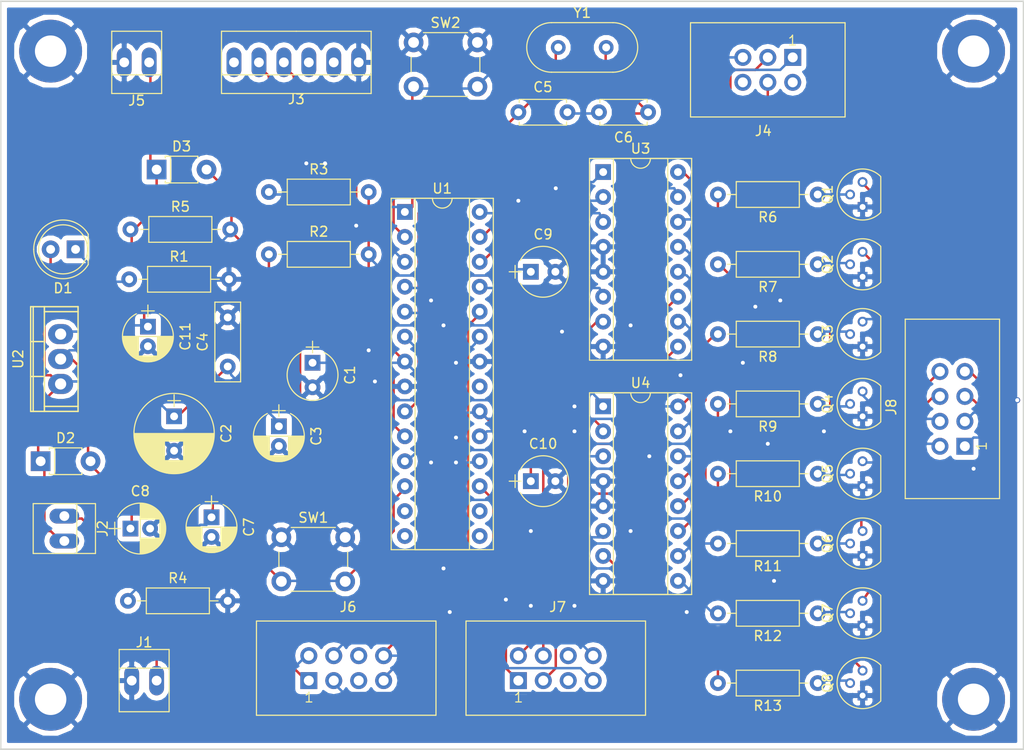
<source format=kicad_pcb>
(kicad_pcb (version 4) (host pcbnew 4.0.7-e2-6376~58~ubuntu14.04.1)
  (title_block (title "LED Controller") (date 2017-09-07) (rev 1) (comment 2 "Decoder/Demultiplexer and layer enable circuitry") (comment 3 "Controller and associated circuitry") (comment 4 "5VDC Power Regulation"))
  (layers (0 F.Cu signal) (31 B.Cu signal) (34 B.Paste user) (35 F.Paste user) (36 B.SilkS user) (37 F.SilkS user) (38 B.Mask user) (39 F.Mask user) (44 Edge.Cuts user))
  (net 0 "")
  (net 1 +5V)
  (net 2 GND)
  (net 3 /+12VDC)
  (net 4 "Net-(C5-Pad1)")
  (net 5 "Net-(C5-Pad2)")
  (net 6 "Net-(C6-Pad1)")
  (net 7 "Net-(C7-Pad1)")
  (net 8 "Net-(C11-Pad1)")
  (net 9 "Net-(D1-Pad1)")
  (net 10 "Net-(J3-Pad2)")
  (net 11 "Net-(J3-Pad3)")
  (net 12 "Net-(J3-Pad4)")
  (net 13 "Net-(J3-Pad5)")
  (net 14 "Net-(J3-Pad6)")
  (net 15 "Net-(J4-Pad1)")
  (net 16 "Net-(J4-Pad2)")
  (net 17 "Net-(J4-Pad3)")
  (net 18 "Net-(J4-Pad4)")
  (net 19 "Net-(J4-Pad5)")
  (net 20 "Net-(J4-Pad6)")
  (net 21 /B1_SER1)
  (net 22 /B1_SER2)
  (net 23 /B1_SER3)
  (net 24 /B1_SER4)
  (net 25 "Net-(J6-Pad5)")
  (net 26 "Net-(J6-Pad6)")
  (net 27 /SRCLK)
  (net 28 /RCLK)
  (net 29 /B2_SER5)
  (net 30 /B2_SER6)
  (net 31 /B2_SER7)
  (net 32 /B2_SER8)
  (net 33 "Net-(J7-Pad5)")
  (net 34 "Net-(J7-Pad6)")
  (net 35 /LAYER1_EN)
  (net 36 /LAYER2_EN)
  (net 37 /LAYER3_EN)
  (net 38 /LAYER4_EN)
  (net 39 /LAYER5_EN)
  (net 40 /LAYER6_EN)
  (net 41 /LAYER7_EN)
  (net 42 /LAYER8_EN)
  (net 43 "Net-(Q1-Pad2)")
  (net 44 "Net-(Q2-Pad2)")
  (net 45 "Net-(Q3-Pad2)")
  (net 46 "Net-(Q4-Pad2)")
  (net 47 "Net-(Q5-Pad2)")
  (net 48 "Net-(Q6-Pad2)")
  (net 49 "Net-(Q7-Pad2)")
  (net 50 "Net-(Q8-Pad2)")
  (net 51 "Net-(R2-Pad1)")
  (net 52 "Net-(R6-Pad2)")
  (net 53 "Net-(R7-Pad2)")
  (net 54 "Net-(R8-Pad2)")
  (net 55 "Net-(R9-Pad2)")
  (net 56 "Net-(R10-Pad2)")
  (net 57 "Net-(R11-Pad2)")
  (net 58 "Net-(R12-Pad2)")
  (net 59 "Net-(R13-Pad2)")
  (net 60 "Net-(U1-Pad15)")
  (net 61 "Net-(U1-Pad16)")
  (net 62 "Net-(U1-Pad4)")
  (net 63 "Net-(U1-Pad5)")
  (net 64 "Net-(U1-Pad6)")
  (net 65 "Net-(U1-Pad21)")
  (net 66 "Net-(U1-Pad11)")
  (net 67 "Net-(U1-Pad25)")
  (net 68 "Net-(U1-Pad26)")
  (net 69 "Net-(U1-Pad13)")
  (net 70 "Net-(U1-Pad27)")
  (net 71 "Net-(U1-Pad14)")
  (net 72 "Net-(U1-Pad28)")
  (net 73 "Net-(J1-Pad2)")
  (module Capacitors_THT:CP_Radial_Tantal_D5.0mm_P2.50mm (layer F.Cu) (at 119.38 99.695 270)
    (fp_text reference C1 (at 1.25 -3.81 270) (layer F.SilkS))
    (fp_text value 0.1uF)
    (pad 1 thru_hole rect (at 0 0 270) (size 1.6 1.6) (drill 0.8) (layers *.Cu *.Mask) (net 1 +5V))
    (pad 2 thru_hole circle (at 2.5 0 270) (size 1.6 1.6) (drill 0.8) (layers *.Cu *.Mask) (net 2 GND))
  )
  (module Capacitors_THT:CP_Radial_D8.0mm_P3.50mm (layer F.Cu) (at 105.283 105.156 270)
    (fp_text reference C2 (at 1.75 -5.31 270) (layer F.SilkS))
    (fp_text value 1000uF)
    (pad 1 thru_hole rect (at 0 0 270) (size 1.6 1.6) (drill 0.8) (layers *.Cu *.Mask) (net 3 /+12VDC))
    (pad 2 thru_hole circle (at 3.5 0 270) (size 1.6 1.6) (drill 0.8) (layers *.Cu *.Mask) (net 2 GND))
  )
  (module Capacitors_THT:CP_Radial_D5.0mm_P2.00mm (layer F.Cu) (at 115.951 106.172 270)
    (fp_text reference C3 (at 1 -3.81 270) (layer F.SilkS))
    (fp_text value 10uF)
    (pad 1 thru_hole rect (at 0 0 270) (size 1.6 1.6) (drill 0.8) (layers *.Cu *.Mask) (net 3 /+12VDC))
    (pad 2 thru_hole circle (at 2 0 270) (size 1.6 1.6) (drill 0.8) (layers *.Cu *.Mask) (net 2 GND))
  )
  (module Capacitors_THT:C_Disc_D8.0mm_W2.5mm_P5.00mm (layer F.Cu) (at 110.744 100.076 90)
    (fp_text reference C4 (at 2.5 -2.56 90) (layer F.SilkS))
    (fp_text value 0.1uF)
    (pad 1 thru_hole circle (at 0 0 90) (size 1.6 1.6) (drill 0.8) (layers *.Cu *.Mask) (net 3 /+12VDC))
    (pad 2 thru_hole circle (at 5 0 90) (size 1.6 1.6) (drill 0.8) (layers *.Cu *.Mask) (net 2 GND))
  )
  (module Capacitors_THT:C_Disc_D4.7mm_W2.5mm_P5.00mm (layer F.Cu) (at 140.335 74.168)
    (fp_text reference C5 (at 2.5 -2.56) (layer F.SilkS))
    (fp_text value 22pF)
    (pad 1 thru_hole circle (at 0 0) (size 1.6 1.6) (drill 0.8) (layers *.Cu *.Mask) (net 4 "Net-(C5-Pad1)"))
    (pad 2 thru_hole circle (at 5 0) (size 1.6 1.6) (drill 0.8) (layers *.Cu *.Mask) (net 5 "Net-(C5-Pad2)"))
  )
  (module Capacitors_THT:C_Disc_D4.7mm_W2.5mm_P5.00mm (layer F.Cu) (at 153.543 74.168 180)
    (fp_text reference C6 (at 2.5 -2.56 180) (layer F.SilkS))
    (fp_text value 22pF)
    (pad 1 thru_hole circle (at 0 0 180) (size 1.6 1.6) (drill 0.8) (layers *.Cu *.Mask) (net 6 "Net-(C6-Pad1)"))
    (pad 2 thru_hole circle (at 5 0 180) (size 1.6 1.6) (drill 0.8) (layers *.Cu *.Mask) (net 5 "Net-(C5-Pad2)"))
  )
  (module Capacitors_THT:CP_Radial_D5.0mm_P2.00mm (layer F.Cu) (at 109.093 115.443 270)
    (fp_text reference C7 (at 1 -3.81 270) (layer F.SilkS))
    (fp_text value 10uF)
    (pad 1 thru_hole rect (at 0 0 270) (size 1.6 1.6) (drill 0.8) (layers *.Cu *.Mask) (net 7 "Net-(C7-Pad1)"))
    (pad 2 thru_hole circle (at 2 0 270) (size 1.6 1.6) (drill 0.8) (layers *.Cu *.Mask) (net 2 GND))
  )
  (module Capacitors_THT:CP_Radial_D5.0mm_P2.00mm (layer F.Cu) (at 100.838 116.586)
    (fp_text reference C8 (at 1 -3.81) (layer F.SilkS))
    (fp_text value 0.1uF)
    (pad 1 thru_hole rect (at 0 0) (size 1.6 1.6) (drill 0.8) (layers *.Cu *.Mask) (net 8 "Net-(C11-Pad1)"))
    (pad 2 thru_hole circle (at 2 0) (size 1.6 1.6) (drill 0.8) (layers *.Cu *.Mask) (net 2 GND))
  )
  (module Capacitors_THT:CP_Radial_Tantal_D5.0mm_P2.50mm (layer F.Cu) (at 141.605 90.424)
    (fp_text reference C9 (at 1.25 -3.81) (layer F.SilkS))
    (fp_text value 0.1uF)
    (pad 1 thru_hole rect (at 0 0) (size 1.6 1.6) (drill 0.8) (layers *.Cu *.Mask) (net 1 +5V))
    (pad 2 thru_hole circle (at 2.5 0) (size 1.6 1.6) (drill 0.8) (layers *.Cu *.Mask) (net 2 GND))
  )
  (module Capacitors_THT:CP_Radial_Tantal_D5.0mm_P2.50mm (layer F.Cu) (at 141.605 111.76)
    (fp_text reference C10 (at 1.25 -3.81) (layer F.SilkS))
    (fp_text value 0.1uF)
    (pad 1 thru_hole rect (at 0 0) (size 1.6 1.6) (drill 0.8) (layers *.Cu *.Mask) (net 1 +5V))
    (pad 2 thru_hole circle (at 2.5 0) (size 1.6 1.6) (drill 0.8) (layers *.Cu *.Mask) (net 2 GND))
  )
  (module Capacitors_THT:CP_Radial_D5.0mm_P2.00mm (layer F.Cu) (at 102.616 96.012 270)
    (fp_text reference C11 (at 1 -3.81 270) (layer F.SilkS))
    (fp_text value 10uF)
    (pad 1 thru_hole rect (at 0 0 270) (size 1.6 1.6) (drill 0.8) (layers *.Cu *.Mask) (net 8 "Net-(C11-Pad1)"))
    (pad 2 thru_hole circle (at 2 0 270) (size 1.6 1.6) (drill 0.8) (layers *.Cu *.Mask) (net 2 GND))
  )
  (module LEDs:LED_D5.0mm (layer F.Cu) (at 95.25 88.138 180)
    (fp_text reference D1 (at 1.27 -3.96 180) (layer F.SilkS))
    (fp_text value LED)
    (pad 1 thru_hole rect (at 0 0 180) (size 1.8 1.8) (drill 0.9) (layers *.Cu *.Mask) (net 9 "Net-(D1-Pad1)"))
    (pad 2 thru_hole circle (at 2.54 0 180) (size 1.8 1.8) (drill 0.9) (layers *.Cu *.Mask) (net 3 /+12VDC))
  )
  (module Diodes_THT:D_T-1_P5.08mm_Horizontal (layer F.Cu) (at 91.694 109.728)
    (fp_text reference D2 (at 2.54 -2.36) (layer F.SilkS))
    (fp_text value 1N4001)
    (pad 1 thru_hole rect (at 0 0) (size 2 2) (drill 1) (layers *.Cu *.Mask) (net 3 /+12VDC))
    (pad 2 thru_hole oval (at 5.08 0) (size 2 2) (drill 1) (layers *.Cu *.Mask) (net 8 "Net-(C11-Pad1)"))
  )
  (module Diodes_THT:D_T-1_P5.08mm_Horizontal (layer F.Cu) (at 103.505 80.01)
    (fp_text reference D3 (at 2.54 -2.36) (layer F.SilkS))
    (fp_text value 1N4001)
    (pad 1 thru_hole rect (at 0 0) (size 2 2) (drill 1) (layers *.Cu *.Mask) (net 8 "Net-(C11-Pad1)"))
    (pad 2 thru_hole oval (at 5.08 0) (size 2 2) (drill 1) (layers *.Cu *.Mask) (net 7 "Net-(C7-Pad1)"))
  )
  (module Connectors:PINHEAD1-2 (layer F.Cu) (at 100.965 132.08)
    (fp_text reference J1 (at 1.27 -3.9) (layer F.SilkS))
    (fp_text value +12V_IN)
    (pad 1 thru_hole oval (at 0 0) (size 1.51 3.01) (drill 1) (layers *.Cu *.Mask) (net 2 GND))
    (pad 2 thru_hole oval (at 2.54 0) (size 1.51 3.01) (drill 1) (layers *.Cu *.Mask) (net 73 "Net-(J1-Pad2)"))
  )
  (module Connectors:PINHEAD1-2 (layer F.Cu) (at 94.107 115.316 270)
    (fp_text reference J2 (at 1.27 -3.9 270) (layer F.SilkS))
    (fp_text value PWR_SW)
    (pad 1 thru_hole oval (at 0 0 270) (size 1.51 3.01) (drill 1) (layers *.Cu *.Mask) (net 73 "Net-(J1-Pad2)"))
    (pad 2 thru_hole oval (at 2.54 0 270) (size 1.51 3.01) (drill 1) (layers *.Cu *.Mask) (net 3 /+12VDC))
  )
  (module Connectors:PINHEAD1-6 (layer F.Cu) (at 124.079 69.088 180)
    (fp_text reference J3 (at 6.35 -3.75 180) (layer F.SilkS))
    (fp_text value SERIAL)
    (pad 1 thru_hole oval (at 0 0 180) (size 1.51 3.01) (drill 1) (layers *.Cu *.Mask) (net 2 GND))
    (pad 2 thru_hole oval (at 2.54 0 180) (size 1.51 3.01) (drill 1) (layers *.Cu *.Mask) (net 10 "Net-(J3-Pad2)"))
    (pad 3 thru_hole oval (at 5.08 0 180) (size 1.51 3.01) (drill 1) (layers *.Cu *.Mask) (net 11 "Net-(J3-Pad3)"))
    (pad 4 thru_hole oval (at 7.62 0 180) (size 1.51 3.01) (drill 1) (layers *.Cu *.Mask) (net 12 "Net-(J3-Pad4)"))
    (pad 5 thru_hole oval (at 10.16 0 180) (size 1.51 3.01) (drill 1) (layers *.Cu *.Mask) (net 13 "Net-(J3-Pad5)"))
    (pad 6 thru_hole oval (at 12.7 0 180) (size 1.51 3.01) (drill 1) (layers *.Cu *.Mask) (net 14 "Net-(J3-Pad6)"))
  )
  (module Connectors:IDC_Header_Straight_6pins (layer F.Cu) (at 168.275 68.58 180)
    (fp_text reference J4 (at 3 -7.5 180) (layer F.SilkS))
    (fp_text value PROG)
    (fp_text user 1 (at 0.02 1.72 180) (layer F.SilkS) (effects (font (thickness 0.12))))
    (pad 1 thru_hole rect (at 0 0 180) (size 1.7272 1.7272) (drill 1.016) (layers *.Cu *.Mask) (net 15 "Net-(J4-Pad1)"))
    (pad 2 thru_hole oval (at 0 -2.54 180) (size 1.7272 1.7272) (drill 1.016) (layers *.Cu *.Mask) (net 16 "Net-(J4-Pad2)"))
    (pad 3 thru_hole oval (at 2.54 0 180) (size 1.7272 1.7272) (drill 1.016) (layers *.Cu *.Mask) (net 17 "Net-(J4-Pad3)"))
    (pad 4 thru_hole oval (at 2.54 -2.54 180) (size 1.7272 1.7272) (drill 1.016) (layers *.Cu *.Mask) (net 18 "Net-(J4-Pad4)"))
    (pad 5 thru_hole oval (at 5.08 0 180) (size 1.7272 1.7272) (drill 1.016) (layers *.Cu *.Mask) (net 19 "Net-(J4-Pad5)"))
    (pad 6 thru_hole oval (at 5.08 -2.54 180) (size 1.7272 1.7272) (drill 1.016) (layers *.Cu *.Mask) (net 20 "Net-(J4-Pad6)"))
  )
  (module Connectors:PINHEAD1-2 (layer F.Cu) (at 102.743 69.088 180)
    (fp_text reference J5 (at 1.27 -3.9 180) (layer F.SilkS))
    (fp_text value +5V_OUT)
    (pad 1 thru_hole oval (at 0 0 180) (size 1.51 3.01) (drill 1) (layers *.Cu *.Mask) (net 8 "Net-(C11-Pad1)"))
    (pad 2 thru_hole oval (at 2.54 0 180) (size 1.51 3.01) (drill 1) (layers *.Cu *.Mask) (net 2 GND))
  )
  (module Connectors:IDC_Header_Straight_8pins (layer F.Cu) (at 118.999 132.08)
    (fp_text reference J6 (at 4 -7.5) (layer F.SilkS))
    (fp_text value DRV_SIG1)
    (fp_text user 1 (at 0.02 1.72) (layer F.SilkS) (effects (font (thickness 0.12))))
    (pad 1 thru_hole rect (at 0 0) (size 1.7272 1.7272) (drill 1.016) (layers *.Cu *.Mask) (net 21 /B1_SER1))
    (pad 2 thru_hole oval (at 0 -2.54) (size 1.7272 1.7272) (drill 1.016) (layers *.Cu *.Mask) (net 22 /B1_SER2))
    (pad 3 thru_hole oval (at 2.54 0) (size 1.7272 1.7272) (drill 1.016) (layers *.Cu *.Mask) (net 23 /B1_SER3))
    (pad 4 thru_hole oval (at 2.54 -2.54) (size 1.7272 1.7272) (drill 1.016) (layers *.Cu *.Mask) (net 24 /B1_SER4))
    (pad 5 thru_hole oval (at 5.08 0) (size 1.7272 1.7272) (drill 1.016) (layers *.Cu *.Mask) (net 25 "Net-(J6-Pad5)"))
    (pad 6 thru_hole oval (at 5.08 -2.54) (size 1.7272 1.7272) (drill 1.016) (layers *.Cu *.Mask) (net 26 "Net-(J6-Pad6)"))
    (pad 7 thru_hole oval (at 7.62 0) (size 1.7272 1.7272) (drill 1.016) (layers *.Cu *.Mask) (net 27 /SRCLK))
    (pad 8 thru_hole oval (at 7.62 -2.54) (size 1.7272 1.7272) (drill 1.016) (layers *.Cu *.Mask) (net 28 /RCLK))
  )
  (module Connectors:IDC_Header_Straight_8pins (layer F.Cu) (at 140.335 132.08)
    (fp_text reference J7 (at 4 -7.5) (layer F.SilkS))
    (fp_text value DRV_SIG2)
    (fp_text user 1 (at 0.02 1.72) (layer F.SilkS) (effects (font (thickness 0.12))))
    (pad 1 thru_hole rect (at 0 0) (size 1.7272 1.7272) (drill 1.016) (layers *.Cu *.Mask) (net 29 /B2_SER5))
    (pad 2 thru_hole oval (at 0 -2.54) (size 1.7272 1.7272) (drill 1.016) (layers *.Cu *.Mask) (net 30 /B2_SER6))
    (pad 3 thru_hole oval (at 2.54 0) (size 1.7272 1.7272) (drill 1.016) (layers *.Cu *.Mask) (net 31 /B2_SER7))
    (pad 4 thru_hole oval (at 2.54 -2.54) (size 1.7272 1.7272) (drill 1.016) (layers *.Cu *.Mask) (net 32 /B2_SER8))
    (pad 5 thru_hole oval (at 5.08 0) (size 1.7272 1.7272) (drill 1.016) (layers *.Cu *.Mask) (net 33 "Net-(J7-Pad5)"))
    (pad 6 thru_hole oval (at 5.08 -2.54) (size 1.7272 1.7272) (drill 1.016) (layers *.Cu *.Mask) (net 34 "Net-(J7-Pad6)"))
    (pad 7 thru_hole oval (at 7.62 0) (size 1.7272 1.7272) (drill 1.016) (layers *.Cu *.Mask) (net 27 /SRCLK))
    (pad 8 thru_hole oval (at 7.62 -2.54) (size 1.7272 1.7272) (drill 1.016) (layers *.Cu *.Mask) (net 28 /RCLK))
  )
  (module Connectors:IDC_Header_Straight_8pins (layer F.Cu) (at 185.801 108.204 90)
    (fp_text reference J8 (at 4 -7.5 90) (layer F.SilkS))
    (fp_text value LAYER_EN)
    (fp_text user 1 (at 0.02 1.72 90) (layer F.SilkS) (effects (font (thickness 0.12))))
    (pad 1 thru_hole rect (at 0 0 90) (size 1.7272 1.7272) (drill 1.016) (layers *.Cu *.Mask) (net 35 /LAYER1_EN))
    (pad 2 thru_hole oval (at 0 -2.54 90) (size 1.7272 1.7272) (drill 1.016) (layers *.Cu *.Mask) (net 36 /LAYER2_EN))
    (pad 3 thru_hole oval (at 2.54 0 90) (size 1.7272 1.7272) (drill 1.016) (layers *.Cu *.Mask) (net 37 /LAYER3_EN))
    (pad 4 thru_hole oval (at 2.54 -2.54 90) (size 1.7272 1.7272) (drill 1.016) (layers *.Cu *.Mask) (net 38 /LAYER4_EN))
    (pad 5 thru_hole oval (at 5.08 0 90) (size 1.7272 1.7272) (drill 1.016) (layers *.Cu *.Mask) (net 39 /LAYER5_EN))
    (pad 6 thru_hole oval (at 5.08 -2.54 90) (size 1.7272 1.7272) (drill 1.016) (layers *.Cu *.Mask) (net 40 /LAYER6_EN))
    (pad 7 thru_hole oval (at 7.62 0 90) (size 1.7272 1.7272) (drill 1.016) (layers *.Cu *.Mask) (net 41 /LAYER7_EN))
    (pad 8 thru_hole oval (at 7.62 -2.54 90) (size 1.7272 1.7272) (drill 1.016) (layers *.Cu *.Mask) (net 42 /LAYER8_EN))
  )
  (module TO_SOT_Packages_THT:TO-92_Molded_Narrow (layer F.Cu) (at 175.387 83.82 90)
    (fp_text reference Q1 (at 1.27 -3.56 90) (layer F.SilkS))
    (fp_text value 2N3700)
    (pad 2 thru_hole circle (at 1.27 -1.27 180) (size 1 1) (drill 0.6) (layers *.Cu *.Mask) (net 43 "Net-(Q1-Pad2)"))
    (pad 3 thru_hole circle (at 2.54 0 180) (size 1 1) (drill 0.6) (layers *.Cu *.Mask) (net 35 /LAYER1_EN))
    (pad 1 thru_hole rect (at 0 0 180) (size 1 1) (drill 0.6) (layers *.Cu *.Mask) (net 2 GND))
  )
  (module TO_SOT_Packages_THT:TO-92_Molded_Narrow (layer F.Cu) (at 175.387 90.932 90)
    (fp_text reference Q2 (at 1.27 -3.56 90) (layer F.SilkS))
    (fp_text value 2N3700)
    (pad 2 thru_hole circle (at 1.27 -1.27 180) (size 1 1) (drill 0.6) (layers *.Cu *.Mask) (net 44 "Net-(Q2-Pad2)"))
    (pad 3 thru_hole circle (at 2.54 0 180) (size 1 1) (drill 0.6) (layers *.Cu *.Mask) (net 36 /LAYER2_EN))
    (pad 1 thru_hole rect (at 0 0 180) (size 1 1) (drill 0.6) (layers *.Cu *.Mask) (net 2 GND))
  )
  (module TO_SOT_Packages_THT:TO-92_Molded_Narrow (layer F.Cu) (at 175.387 98.044 90)
    (fp_text reference Q3 (at 1.27 -3.56 90) (layer F.SilkS))
    (fp_text value 2N3700)
    (pad 2 thru_hole circle (at 1.27 -1.27 180) (size 1 1) (drill 0.6) (layers *.Cu *.Mask) (net 45 "Net-(Q3-Pad2)"))
    (pad 3 thru_hole circle (at 2.54 0 180) (size 1 1) (drill 0.6) (layers *.Cu *.Mask) (net 37 /LAYER3_EN))
    (pad 1 thru_hole rect (at 0 0 180) (size 1 1) (drill 0.6) (layers *.Cu *.Mask) (net 2 GND))
  )
  (module TO_SOT_Packages_THT:TO-92_Molded_Narrow (layer F.Cu) (at 175.387 105.156 90)
    (fp_text reference Q4 (at 1.27 -3.56 90) (layer F.SilkS))
    (fp_text value 2N3700)
    (pad 2 thru_hole circle (at 1.27 -1.27 180) (size 1 1) (drill 0.6) (layers *.Cu *.Mask) (net 46 "Net-(Q4-Pad2)"))
    (pad 3 thru_hole circle (at 2.54 0 180) (size 1 1) (drill 0.6) (layers *.Cu *.Mask) (net 38 /LAYER4_EN))
    (pad 1 thru_hole rect (at 0 0 180) (size 1 1) (drill 0.6) (layers *.Cu *.Mask) (net 2 GND))
  )
  (module TO_SOT_Packages_THT:TO-92_Molded_Narrow (layer F.Cu) (at 175.387 112.268 90)
    (fp_text reference Q5 (at 1.27 -3.56 90) (layer F.SilkS))
    (fp_text value 2N3700)
    (pad 2 thru_hole circle (at 1.27 -1.27 180) (size 1 1) (drill 0.6) (layers *.Cu *.Mask) (net 47 "Net-(Q5-Pad2)"))
    (pad 3 thru_hole circle (at 2.54 0 180) (size 1 1) (drill 0.6) (layers *.Cu *.Mask) (net 39 /LAYER5_EN))
    (pad 1 thru_hole rect (at 0 0 180) (size 1 1) (drill 0.6) (layers *.Cu *.Mask) (net 2 GND))
  )
  (module TO_SOT_Packages_THT:TO-92_Molded_Narrow (layer F.Cu) (at 175.387 119.38 90)
    (fp_text reference Q6 (at 1.27 -3.56 90) (layer F.SilkS))
    (fp_text value 2N3700)
    (pad 2 thru_hole circle (at 1.27 -1.27 180) (size 1 1) (drill 0.6) (layers *.Cu *.Mask) (net 48 "Net-(Q6-Pad2)"))
    (pad 3 thru_hole circle (at 2.54 0 180) (size 1 1) (drill 0.6) (layers *.Cu *.Mask) (net 40 /LAYER6_EN))
    (pad 1 thru_hole rect (at 0 0 180) (size 1 1) (drill 0.6) (layers *.Cu *.Mask) (net 2 GND))
  )
  (module TO_SOT_Packages_THT:TO-92_Molded_Narrow (layer F.Cu) (at 175.387 126.492 90)
    (fp_text reference Q7 (at 1.27 -3.56 90) (layer F.SilkS))
    (fp_text value 2N3700)
    (pad 2 thru_hole circle (at 1.27 -1.27 180) (size 1 1) (drill 0.6) (layers *.Cu *.Mask) (net 49 "Net-(Q7-Pad2)"))
    (pad 3 thru_hole circle (at 2.54 0 180) (size 1 1) (drill 0.6) (layers *.Cu *.Mask) (net 41 /LAYER7_EN))
    (pad 1 thru_hole rect (at 0 0 180) (size 1 1) (drill 0.6) (layers *.Cu *.Mask) (net 2 GND))
  )
  (module TO_SOT_Packages_THT:TO-92_Molded_Narrow (layer F.Cu) (at 175.387 133.604 90)
    (fp_text reference Q8 (at 1.27 -3.56 90) (layer F.SilkS))
    (fp_text value 2N3700)
    (pad 2 thru_hole circle (at 1.27 -1.27 180) (size 1 1) (drill 0.6) (layers *.Cu *.Mask) (net 50 "Net-(Q8-Pad2)"))
    (pad 3 thru_hole circle (at 2.54 0 180) (size 1 1) (drill 0.6) (layers *.Cu *.Mask) (net 42 /LAYER8_EN))
    (pad 1 thru_hole rect (at 0 0 180) (size 1 1) (drill 0.6) (layers *.Cu *.Mask) (net 2 GND))
  )
  (module Resistors_THT:R_Axial_DIN0207_L6.3mm_D2.5mm_P10.16mm_Horizontal (layer F.Cu) (at 100.711 91.186)
    (fp_text reference R1 (at 5.08 -2.31) (layer F.SilkS))
    (fp_text value 1K)
    (pad 1 thru_hole circle (at 0 0) (size 1.6 1.6) (drill 0.8) (layers *.Cu *.Mask) (net 9 "Net-(D1-Pad1)"))
    (pad 2 thru_hole oval (at 10.16 0) (size 1.6 1.6) (drill 0.8) (layers *.Cu *.Mask) (net 2 GND))
  )
  (module Resistors_THT:R_Axial_DIN0207_L6.3mm_D2.5mm_P10.16mm_Horizontal (layer F.Cu) (at 114.935 88.646)
    (fp_text reference R2 (at 5.08 -2.31) (layer F.SilkS))
    (fp_text value 10k)
    (pad 1 thru_hole circle (at 0 0) (size 1.6 1.6) (drill 0.8) (layers *.Cu *.Mask) (net 51 "Net-(R2-Pad1)"))
    (pad 2 thru_hole oval (at 10.16 0) (size 1.6 1.6) (drill 0.8) (layers *.Cu *.Mask) (net 1 +5V))
  )
  (module Resistors_THT:R_Axial_DIN0207_L6.3mm_D2.5mm_P10.16mm_Horizontal (layer F.Cu) (at 114.935 82.296)
    (fp_text reference R3 (at 5.08 -2.31) (layer F.SilkS))
    (fp_text value 10k)
    (pad 1 thru_hole circle (at 0 0) (size 1.6 1.6) (drill 0.8) (layers *.Cu *.Mask) (net 19 "Net-(J4-Pad5)"))
    (pad 2 thru_hole oval (at 10.16 0) (size 1.6 1.6) (drill 0.8) (layers *.Cu *.Mask) (net 1 +5V))
  )
  (module Resistors_THT:R_Axial_DIN0207_L6.3mm_D2.5mm_P10.16mm_Horizontal (layer F.Cu) (at 100.584 123.952)
    (fp_text reference R4 (at 5.08 -2.31) (layer F.SilkS))
    (fp_text value 1K)
    (pad 1 thru_hole circle (at 0 0) (size 1.6 1.6) (drill 0.8) (layers *.Cu *.Mask) (net 7 "Net-(C7-Pad1)"))
    (pad 2 thru_hole oval (at 10.16 0) (size 1.6 1.6) (drill 0.8) (layers *.Cu *.Mask) (net 2 GND))
  )
  (module Resistors_THT:R_Axial_DIN0207_L6.3mm_D2.5mm_P10.16mm_Horizontal (layer F.Cu) (at 100.838 86.106)
    (fp_text reference R5 (at 5.08 -2.31) (layer F.SilkS))
    (fp_text value 330)
    (pad 1 thru_hole circle (at 0 0) (size 1.6 1.6) (drill 0.8) (layers *.Cu *.Mask) (net 8 "Net-(C11-Pad1)"))
    (pad 2 thru_hole oval (at 10.16 0) (size 1.6 1.6) (drill 0.8) (layers *.Cu *.Mask) (net 7 "Net-(C7-Pad1)"))
  )
  (module Resistors_THT:R_Axial_DIN0207_L6.3mm_D2.5mm_P10.16mm_Horizontal (layer F.Cu) (at 170.815 82.55 180)
    (fp_text reference R6 (at 5.08 -2.31 180) (layer F.SilkS))
    (fp_text value 330)
    (pad 1 thru_hole circle (at 0 0 180) (size 1.6 1.6) (drill 0.8) (layers *.Cu *.Mask) (net 43 "Net-(Q1-Pad2)"))
    (pad 2 thru_hole oval (at 10.16 0 180) (size 1.6 1.6) (drill 0.8) (layers *.Cu *.Mask) (net 52 "Net-(R6-Pad2)"))
  )
  (module Resistors_THT:R_Axial_DIN0207_L6.3mm_D2.5mm_P10.16mm_Horizontal (layer F.Cu) (at 170.815 89.662 180)
    (fp_text reference R7 (at 5.08 -2.31 180) (layer F.SilkS))
    (fp_text value 330)
    (pad 1 thru_hole circle (at 0 0 180) (size 1.6 1.6) (drill 0.8) (layers *.Cu *.Mask) (net 44 "Net-(Q2-Pad2)"))
    (pad 2 thru_hole oval (at 10.16 0 180) (size 1.6 1.6) (drill 0.8) (layers *.Cu *.Mask) (net 53 "Net-(R7-Pad2)"))
  )
  (module Resistors_THT:R_Axial_DIN0207_L6.3mm_D2.5mm_P10.16mm_Horizontal (layer F.Cu) (at 170.815 96.774 180)
    (fp_text reference R8 (at 5.08 -2.31 180) (layer F.SilkS))
    (fp_text value 330)
    (pad 1 thru_hole circle (at 0 0 180) (size 1.6 1.6) (drill 0.8) (layers *.Cu *.Mask) (net 45 "Net-(Q3-Pad2)"))
    (pad 2 thru_hole oval (at 10.16 0 180) (size 1.6 1.6) (drill 0.8) (layers *.Cu *.Mask) (net 54 "Net-(R8-Pad2)"))
  )
  (module Resistors_THT:R_Axial_DIN0207_L6.3mm_D2.5mm_P10.16mm_Horizontal (layer F.Cu) (at 170.815 103.886 180)
    (fp_text reference R9 (at 5.08 -2.31 180) (layer F.SilkS))
    (fp_text value 330)
    (pad 1 thru_hole circle (at 0 0 180) (size 1.6 1.6) (drill 0.8) (layers *.Cu *.Mask) (net 46 "Net-(Q4-Pad2)"))
    (pad 2 thru_hole oval (at 10.16 0 180) (size 1.6 1.6) (drill 0.8) (layers *.Cu *.Mask) (net 55 "Net-(R9-Pad2)"))
  )
  (module Resistors_THT:R_Axial_DIN0207_L6.3mm_D2.5mm_P10.16mm_Horizontal (layer F.Cu) (at 170.815 110.998 180)
    (fp_text reference R10 (at 5.08 -2.31 180) (layer F.SilkS))
    (fp_text value 330)
    (pad 1 thru_hole circle (at 0 0 180) (size 1.6 1.6) (drill 0.8) (layers *.Cu *.Mask) (net 47 "Net-(Q5-Pad2)"))
    (pad 2 thru_hole oval (at 10.16 0 180) (size 1.6 1.6) (drill 0.8) (layers *.Cu *.Mask) (net 56 "Net-(R10-Pad2)"))
  )
  (module Resistors_THT:R_Axial_DIN0207_L6.3mm_D2.5mm_P10.16mm_Horizontal (layer F.Cu) (at 170.815 118.11 180)
    (fp_text reference R11 (at 5.08 -2.31 180) (layer F.SilkS))
    (fp_text value 330)
    (pad 1 thru_hole circle (at 0 0 180) (size 1.6 1.6) (drill 0.8) (layers *.Cu *.Mask) (net 48 "Net-(Q6-Pad2)"))
    (pad 2 thru_hole oval (at 10.16 0 180) (size 1.6 1.6) (drill 0.8) (layers *.Cu *.Mask) (net 57 "Net-(R11-Pad2)"))
  )
  (module Resistors_THT:R_Axial_DIN0207_L6.3mm_D2.5mm_P10.16mm_Horizontal (layer F.Cu) (at 170.815 125.222 180)
    (fp_text reference R12 (at 5.08 -2.31 180) (layer F.SilkS))
    (fp_text value 330)
    (pad 1 thru_hole circle (at 0 0 180) (size 1.6 1.6) (drill 0.8) (layers *.Cu *.Mask) (net 49 "Net-(Q7-Pad2)"))
    (pad 2 thru_hole oval (at 10.16 0 180) (size 1.6 1.6) (drill 0.8) (layers *.Cu *.Mask) (net 58 "Net-(R12-Pad2)"))
  )
  (module Resistors_THT:R_Axial_DIN0207_L6.3mm_D2.5mm_P10.16mm_Horizontal (layer F.Cu) (at 170.815 132.334 180)
    (fp_text reference R13 (at 5.08 -2.31 180) (layer F.SilkS))
    (fp_text value 330)
    (pad 1 thru_hole circle (at 0 0 180) (size 1.6 1.6) (drill 0.8) (layers *.Cu *.Mask) (net 50 "Net-(Q8-Pad2)"))
    (pad 2 thru_hole oval (at 10.16 0 180) (size 1.6 1.6) (drill 0.8) (layers *.Cu *.Mask) (net 59 "Net-(R13-Pad2)"))
  )
  (module Buttons_Switches_THT:SW_PUSH_6mm (layer F.Cu) (at 116.205 117.475)
    (fp_text reference SW1 (at 3.25 -2) (layer F.SilkS))
    (fp_text value DBG_SW)
    (pad 2 thru_hole circle (at 0 4.5 90) (size 2 2) (drill 1.1) (layers *.Cu *.Mask) (net 51 "Net-(R2-Pad1)"))
    (pad 1 thru_hole circle (at 0 0 90) (size 2 2) (drill 1.1) (layers *.Cu *.Mask) (net 2 GND))
    (pad 2 thru_hole circle (at 6.5 4.5 90) (size 2 2) (drill 1.1) (layers *.Cu *.Mask) (net 51 "Net-(R2-Pad1)"))
    (pad 1 thru_hole circle (at 6.5 0 90) (size 2 2) (drill 1.1) (layers *.Cu *.Mask) (net 2 GND))
  )
  (module Buttons_Switches_THT:SW_PUSH_6mm (layer F.Cu) (at 129.667 67.056)
    (fp_text reference SW2 (at 3.25 -2) (layer F.SilkS))
    (fp_text value RESET_SW)
    (pad 2 thru_hole circle (at 0 4.5 90) (size 2 2) (drill 1.1) (layers *.Cu *.Mask) (net 19 "Net-(J4-Pad5)"))
    (pad 1 thru_hole circle (at 0 0 90) (size 2 2) (drill 1.1) (layers *.Cu *.Mask) (net 2 GND))
    (pad 2 thru_hole circle (at 6.5 4.5 90) (size 2 2) (drill 1.1) (layers *.Cu *.Mask) (net 19 "Net-(J4-Pad5)"))
    (pad 1 thru_hole circle (at 6.5 0 90) (size 2 2) (drill 1.1) (layers *.Cu *.Mask) (net 2 GND))
  )
  (module Housings_DIP:DIP-28_W7.62mm_Socket (layer F.Cu) (at 128.778 84.328)
    (fp_text reference U1 (at 3.81 -2.39) (layer F.SilkS))
    (fp_text value ATMEGA328-PU)
    (pad 1 thru_hole rect (at 0 0) (size 1.6 1.6) (drill 0.8) (layers *.Cu *.Mask) (net 19 "Net-(J4-Pad5)"))
    (pad 15 thru_hole oval (at 7.62 33.02) (size 1.6 1.6) (drill 0.8) (layers *.Cu *.Mask) (net 60 "Net-(U1-Pad15)"))
    (pad 2 thru_hole oval (at 0 2.54) (size 1.6 1.6) (drill 0.8) (layers *.Cu *.Mask) (net 12 "Net-(J3-Pad4)"))
    (pad 16 thru_hole oval (at 7.62 30.48) (size 1.6 1.6) (drill 0.8) (layers *.Cu *.Mask) (net 61 "Net-(U1-Pad16)"))
    (pad 3 thru_hole oval (at 0 5.08) (size 1.6 1.6) (drill 0.8) (layers *.Cu *.Mask) (net 13 "Net-(J3-Pad5)"))
    (pad 17 thru_hole oval (at 7.62 27.94) (size 1.6 1.6) (drill 0.8) (layers *.Cu *.Mask) (net 18 "Net-(J4-Pad4)"))
    (pad 4 thru_hole oval (at 0 7.62) (size 1.6 1.6) (drill 0.8) (layers *.Cu *.Mask) (net 62 "Net-(U1-Pad4)"))
    (pad 18 thru_hole oval (at 7.62 25.4) (size 1.6 1.6) (drill 0.8) (layers *.Cu *.Mask) (net 15 "Net-(J4-Pad1)"))
    (pad 5 thru_hole oval (at 0 10.16) (size 1.6 1.6) (drill 0.8) (layers *.Cu *.Mask) (net 63 "Net-(U1-Pad5)"))
    (pad 19 thru_hole oval (at 7.62 22.86) (size 1.6 1.6) (drill 0.8) (layers *.Cu *.Mask) (net 17 "Net-(J4-Pad3)"))
    (pad 6 thru_hole oval (at 0 12.7) (size 1.6 1.6) (drill 0.8) (layers *.Cu *.Mask) (net 64 "Net-(U1-Pad6)"))
    (pad 20 thru_hole oval (at 7.62 20.32) (size 1.6 1.6) (drill 0.8) (layers *.Cu *.Mask) (net 1 +5V))
    (pad 7 thru_hole oval (at 0 15.24) (size 1.6 1.6) (drill 0.8) (layers *.Cu *.Mask) (net 1 +5V))
    (pad 21 thru_hole oval (at 7.62 17.78) (size 1.6 1.6) (drill 0.8) (layers *.Cu *.Mask) (net 65 "Net-(U1-Pad21)"))
    (pad 8 thru_hole oval (at 0 17.78) (size 1.6 1.6) (drill 0.8) (layers *.Cu *.Mask) (net 2 GND))
    (pad 22 thru_hole oval (at 7.62 15.24) (size 1.6 1.6) (drill 0.8) (layers *.Cu *.Mask) (net 2 GND))
    (pad 9 thru_hole oval (at 0 20.32) (size 1.6 1.6) (drill 0.8) (layers *.Cu *.Mask) (net 4 "Net-(C5-Pad1)"))
    (pad 23 thru_hole oval (at 7.62 12.7) (size 1.6 1.6) (drill 0.8) (layers *.Cu *.Mask) (net 27 /SRCLK))
    (pad 10 thru_hole oval (at 0 22.86) (size 1.6 1.6) (drill 0.8) (layers *.Cu *.Mask) (net 6 "Net-(C6-Pad1)"))
    (pad 24 thru_hole oval (at 7.62 10.16) (size 1.6 1.6) (drill 0.8) (layers *.Cu *.Mask) (net 28 /RCLK))
    (pad 11 thru_hole oval (at 0 25.4) (size 1.6 1.6) (drill 0.8) (layers *.Cu *.Mask) (net 66 "Net-(U1-Pad11)"))
    (pad 25 thru_hole oval (at 7.62 7.62) (size 1.6 1.6) (drill 0.8) (layers *.Cu *.Mask) (net 67 "Net-(U1-Pad25)"))
    (pad 12 thru_hole oval (at 0 27.94) (size 1.6 1.6) (drill 0.8) (layers *.Cu *.Mask) (net 51 "Net-(R2-Pad1)"))
    (pad 26 thru_hole oval (at 7.62 5.08) (size 1.6 1.6) (drill 0.8) (layers *.Cu *.Mask) (net 68 "Net-(U1-Pad26)"))
    (pad 13 thru_hole oval (at 0 30.48) (size 1.6 1.6) (drill 0.8) (layers *.Cu *.Mask) (net 69 "Net-(U1-Pad13)"))
    (pad 27 thru_hole oval (at 7.62 2.54) (size 1.6 1.6) (drill 0.8) (layers *.Cu *.Mask) (net 70 "Net-(U1-Pad27)"))
    (pad 14 thru_hole oval (at 0 33.02) (size 1.6 1.6) (drill 0.8) (layers *.Cu *.Mask) (net 71 "Net-(U1-Pad14)"))
    (pad 28 thru_hole oval (at 7.62 0) (size 1.6 1.6) (drill 0.8) (layers *.Cu *.Mask) (net 72 "Net-(U1-Pad28)"))
  )
  (module Power_Integrations:TO-220 (layer F.Cu) (at 93.726 99.314 90)
    (fp_text reference U2 (at 0 -4.318 90) (layer F.SilkS))
    (fp_text value LM317T)
    (pad 2 thru_hole oval (at 0 0 90) (size 2.032 2.54) (drill 1.143) (layers *.Cu *.Mask) (net 8 "Net-(C11-Pad1)"))
    (pad 3 thru_hole oval (at 2.54 0 90) (size 2.032 2.54) (drill 1.143) (layers *.Cu *.Mask) (net 7 "Net-(C7-Pad1)"))
    (pad 1 thru_hole oval (at -2.54 0 90) (size 2.032 2.54) (drill 1.143) (layers *.Cu *.Mask) (net 3 /+12VDC))
  )
  (module Housings_DIP:DIP-16_W7.62mm_Socket (layer F.Cu) (at 148.971 80.264)
    (fp_text reference U3 (at 3.81 -2.39) (layer F.SilkS))
    (fp_text value 74HC238)
    (pad 1 thru_hole rect (at 0 0) (size 1.6 1.6) (drill 0.8) (layers *.Cu *.Mask) (net 68 "Net-(U1-Pad26)"))
    (pad 9 thru_hole oval (at 7.62 17.78) (size 1.6 1.6) (drill 0.8) (layers *.Cu *.Mask) (net 31 /B2_SER7))
    (pad 2 thru_hole oval (at 0 2.54) (size 1.6 1.6) (drill 0.8) (layers *.Cu *.Mask) (net 70 "Net-(U1-Pad27)"))
    (pad 10 thru_hole oval (at 7.62 15.24) (size 1.6 1.6) (drill 0.8) (layers *.Cu *.Mask) (net 30 /B2_SER6))
    (pad 3 thru_hole oval (at 0 5.08) (size 1.6 1.6) (drill 0.8) (layers *.Cu *.Mask) (net 72 "Net-(U1-Pad28)"))
    (pad 11 thru_hole oval (at 7.62 12.7) (size 1.6 1.6) (drill 0.8) (layers *.Cu *.Mask) (net 29 /B2_SER5))
    (pad 4 thru_hole oval (at 0 7.62) (size 1.6 1.6) (drill 0.8) (layers *.Cu *.Mask) (net 2 GND))
    (pad 12 thru_hole oval (at 7.62 10.16) (size 1.6 1.6) (drill 0.8) (layers *.Cu *.Mask) (net 24 /B1_SER4))
    (pad 5 thru_hole oval (at 0 10.16) (size 1.6 1.6) (drill 0.8) (layers *.Cu *.Mask) (net 2 GND))
    (pad 13 thru_hole oval (at 7.62 7.62) (size 1.6 1.6) (drill 0.8) (layers *.Cu *.Mask) (net 23 /B1_SER3))
    (pad 6 thru_hole oval (at 0 12.7) (size 1.6 1.6) (drill 0.8) (layers *.Cu *.Mask) (net 67 "Net-(U1-Pad25)"))
    (pad 14 thru_hole oval (at 7.62 5.08) (size 1.6 1.6) (drill 0.8) (layers *.Cu *.Mask) (net 22 /B1_SER2))
    (pad 7 thru_hole oval (at 0 15.24) (size 1.6 1.6) (drill 0.8) (layers *.Cu *.Mask) (net 32 /B2_SER8))
    (pad 15 thru_hole oval (at 7.62 2.54) (size 1.6 1.6) (drill 0.8) (layers *.Cu *.Mask) (net 21 /B1_SER1))
    (pad 8 thru_hole oval (at 0 17.78) (size 1.6 1.6) (drill 0.8) (layers *.Cu *.Mask) (net 2 GND))
    (pad 16 thru_hole oval (at 7.62 0) (size 1.6 1.6) (drill 0.8) (layers *.Cu *.Mask) (net 1 +5V))
  )
  (module Housings_DIP:DIP-16_W7.62mm_Socket (layer F.Cu) (at 148.971 104.14)
    (fp_text reference U4 (at 3.81 -2.39) (layer F.SilkS))
    (fp_text value 74HC238)
    (pad 1 thru_hole rect (at 0 0) (size 1.6 1.6) (drill 0.8) (layers *.Cu *.Mask) (net 63 "Net-(U1-Pad5)"))
    (pad 9 thru_hole oval (at 7.62 17.78) (size 1.6 1.6) (drill 0.8) (layers *.Cu *.Mask) (net 58 "Net-(R12-Pad2)"))
    (pad 2 thru_hole oval (at 0 2.54) (size 1.6 1.6) (drill 0.8) (layers *.Cu *.Mask) (net 64 "Net-(U1-Pad6)"))
    (pad 10 thru_hole oval (at 7.62 15.24) (size 1.6 1.6) (drill 0.8) (layers *.Cu *.Mask) (net 57 "Net-(R11-Pad2)"))
    (pad 3 thru_hole oval (at 0 5.08) (size 1.6 1.6) (drill 0.8) (layers *.Cu *.Mask) (net 66 "Net-(U1-Pad11)"))
    (pad 11 thru_hole oval (at 7.62 12.7) (size 1.6 1.6) (drill 0.8) (layers *.Cu *.Mask) (net 56 "Net-(R10-Pad2)"))
    (pad 4 thru_hole oval (at 0 7.62) (size 1.6 1.6) (drill 0.8) (layers *.Cu *.Mask) (net 2 GND))
    (pad 12 thru_hole oval (at 7.62 10.16) (size 1.6 1.6) (drill 0.8) (layers *.Cu *.Mask) (net 55 "Net-(R9-Pad2)"))
    (pad 5 thru_hole oval (at 0 10.16) (size 1.6 1.6) (drill 0.8) (layers *.Cu *.Mask) (net 2 GND))
    (pad 13 thru_hole oval (at 7.62 7.62) (size 1.6 1.6) (drill 0.8) (layers *.Cu *.Mask) (net 54 "Net-(R8-Pad2)"))
    (pad 6 thru_hole oval (at 0 12.7) (size 1.6 1.6) (drill 0.8) (layers *.Cu *.Mask) (net 62 "Net-(U1-Pad4)"))
    (pad 14 thru_hole oval (at 7.62 5.08) (size 1.6 1.6) (drill 0.8) (layers *.Cu *.Mask) (net 53 "Net-(R7-Pad2)"))
    (pad 7 thru_hole oval (at 0 15.24) (size 1.6 1.6) (drill 0.8) (layers *.Cu *.Mask) (net 59 "Net-(R13-Pad2)"))
    (pad 15 thru_hole oval (at 7.62 2.54) (size 1.6 1.6) (drill 0.8) (layers *.Cu *.Mask) (net 52 "Net-(R6-Pad2)"))
    (pad 8 thru_hole oval (at 0 17.78) (size 1.6 1.6) (drill 0.8) (layers *.Cu *.Mask) (net 2 GND))
    (pad 16 thru_hole oval (at 7.62 0) (size 1.6 1.6) (drill 0.8) (layers *.Cu *.Mask) (net 1 +5V))
  )
  (module Crystals:Crystal_HC49-U_Vertical (layer F.Cu) (at 144.399 67.564)
    (fp_text reference Y1 (at 2.44 -3.525) (layer F.SilkS))
    (fp_text value 16MHz)
    (pad 1 thru_hole circle (at 0 0) (size 1.5 1.5) (drill 0.8) (layers *.Cu *.Mask) (net 4 "Net-(C5-Pad1)"))
    (pad 2 thru_hole circle (at 4.88 0) (size 1.5 1.5) (drill 0.8) (layers *.Cu *.Mask) (net 6 "Net-(C6-Pad1)"))
  )
  (module Mounting_Holes:MountingHole_3.2mm_M3_Pad (layer F.Cu) (at 92.71 67.945)
    (fp_text reference REF** hide)
    (fp_text value MountingHole_3.2mm_M3_Pad hide)
    (pad 1 thru_hole circle (at 0 0) (size 6.4 6.4) (drill 3.2) (layers *.Cu *.Mask) (net 2 GND))
  )
  (module Mounting_Holes:MountingHole_3.2mm_M3_Pad (layer F.Cu) (at 186.69 67.945)
    (fp_text reference REF** hide)
    (fp_text value MountingHole_3.2mm_M3_Pad hide)
    (pad 1 thru_hole circle (at 0 0) (size 6.4 6.4) (drill 3.2) (layers *.Cu *.Mask) (net 2 GND))
  )
  (module Mounting_Holes:MountingHole_3.2mm_M3_Pad (layer F.Cu) (at 186.69 133.985)
    (fp_text reference REF** hide)
    (fp_text value MountingHole_3.2mm_M3_Pad hide)
    (pad 1 thru_hole circle (at 0 0) (size 6.4 6.4) (drill 3.2) (layers *.Cu *.Mask) (net 2 GND))
  )
  (module Mounting_Holes:MountingHole_3.2mm_M3_Pad (layer F.Cu) (at 92.71 133.985)
    (fp_text reference REF** hide)
    (fp_text value MountingHole_3.2mm_M3_Pad hide)
    (pad 1 thru_hole circle (at 0 0) (size 6.4 6.4) (drill 3.2) (layers *.Cu *.Mask) (net 2 GND))
  )
  (gr_line (start 191.77 62.865) (end 87.63 62.865) (angle 90) (layer Edge.Cuts) (width 0.15))
  (gr_line (start 87.63 139.065) (end 191.77 139.065) (angle 90) (layer Edge.Cuts) (width 0.15))
  (gr_line (start 191.77 139.065) (end 191.77 62.865) (angle 90) (layer Edge.Cuts) (width 0.15))
  (gr_line (start 87.63 139.065) (end 87.63 62.865) (angle 90) (layer Edge.Cuts) (width 0.15))
  (segment (start 141.605 109.855) (end 141.605 111.76) (width 0.25) (layer F.Cu) (net 1))
  (segment (start 136.398 104.648) (end 141.605 109.855) (width 0.25) (layer F.Cu) (net 1))
  (segment (start 136.525 104.775) (end 136.398 104.648) (width 0.25) (layer B.Cu) (net 1))
  (segment (start 133.985 104.775) (end 136.525 104.775) (width 0.25) (layer B.Cu) (net 1))
  (segment (start 128.778 99.568) (end 133.985 104.775) (width 0.25) (layer B.Cu) (net 1))
  (segment (start 125.095 95.885) (end 125.095 88.646) (width 0.25) (layer F.Cu) (net 1))
  (segment (start 128.778 99.568) (end 125.095 95.885) (width 0.25) (layer F.Cu) (net 1))
  (segment (start 156.845 80.01) (end 156.591 80.264) (width 0.25) (layer F.Cu) (net 1))
  (segment (start 158.115 81.28) (end 156.845 80.01) (width 0.25) (layer F.Cu) (net 1))
  (segment (start 158.115 102.87) (end 158.115 81.28) (width 0.25) (layer F.Cu) (net 1))
  (segment (start 156.845 104.14) (end 158.115 102.87) (width 0.25) (layer F.Cu) (net 1))
  (segment (start 156.591 104.14) (end 156.845 104.14) (width 0.25) (layer F.Cu) (net 1))
  (segment (start 151.765 104.14) (end 156.591 104.14) (width 0.25) (layer B.Cu) (net 1))
  (segment (start 150.495 105.41) (end 151.765 104.14) (width 0.25) (layer B.Cu) (net 1))
  (segment (start 137.16 105.41) (end 150.495 105.41) (width 0.25) (layer B.Cu) (net 1))
  (segment (start 136.398 104.648) (end 137.16 105.41) (width 0.25) (layer B.Cu) (net 1))
  (segment (start 141.605 90.17) (end 141.605 90.424) (width 0.25) (layer B.Cu) (net 1))
  (segment (start 138.43 90.17) (end 141.605 90.17) (width 0.25) (layer B.Cu) (net 1))
  (segment (start 137.795 90.805) (end 138.43 90.17) (width 0.25) (layer B.Cu) (net 1))
  (segment (start 127 90.805) (end 137.795 90.805) (width 0.25) (layer B.Cu) (net 1))
  (segment (start 125.095 88.9) (end 127 90.805) (width 0.25) (layer B.Cu) (net 1))
  (segment (start 125.095 88.646) (end 125.095 88.9) (width 0.25) (layer B.Cu) (net 1))
  (segment (start 128.905 99.695) (end 128.778 99.568) (width 0.25) (layer B.Cu) (net 1))
  (segment (start 119.38 99.695) (end 128.905 99.695) (width 0.25) (layer B.Cu) (net 1))
  (segment (start 125.095 88.646) (end 125.095 82.296) (width 0.25) (layer F.Cu) (net 1))
  (segment (start 116.205 106.045) (end 115.951 106.172) (width 0.25) (layer B.Cu) (net 3))
  (segment (start 111.125 100.965) (end 116.205 106.045) (width 0.25) (layer B.Cu) (net 3))
  (segment (start 110.744 100.076) (end 111.125 100.965) (width 0.25) (layer B.Cu) (net 3))
  (segment (start 105.41 105.41) (end 110.744 100.076) (width 0.25) (layer F.Cu) (net 3))
  (segment (start 105.283 105.156) (end 105.41 105.41) (width 0.25) (layer F.Cu) (net 3))
  (segment (start 93.98 101.6) (end 93.726 101.854) (width 0.25) (layer B.Cu) (net 3))
  (segment (start 101.6 101.6) (end 93.98 101.6) (width 0.25) (layer B.Cu) (net 3))
  (segment (start 105.41 105.41) (end 101.6 101.6) (width 0.25) (layer B.Cu) (net 3))
  (segment (start 105.283 105.156) (end 105.41 105.41) (width 0.25) (layer B.Cu) (net 3))
  (segment (start 92.71 94.615) (end 92.71 88.138) (width 0.25) (layer F.Cu) (net 3))
  (segment (start 92.075 95.25) (end 92.71 94.615) (width 0.25) (layer F.Cu) (net 3))
  (segment (start 92.075 100.965) (end 92.075 95.25) (width 0.25) (layer F.Cu) (net 3))
  (segment (start 92.71 100.965) (end 92.075 100.965) (width 0.25) (layer F.Cu) (net 3))
  (segment (start 93.345 101.6) (end 92.71 100.965) (width 0.25) (layer F.Cu) (net 3))
  (segment (start 93.98 101.6) (end 93.345 101.6) (width 0.25) (layer F.Cu) (net 3))
  (segment (start 93.726 101.854) (end 93.98 101.6) (width 0.25) (layer F.Cu) (net 3))
  (segment (start 91.44 109.855) (end 91.694 109.728) (width 0.25) (layer F.Cu) (net 3))
  (segment (start 91.44 104.14) (end 91.44 109.855) (width 0.25) (layer F.Cu) (net 3))
  (segment (start 93.726 101.854) (end 91.44 104.14) (width 0.25) (layer F.Cu) (net 3))
  (segment (start 93.98 118.11) (end 94.107 117.856) (width 0.25) (layer F.Cu) (net 3))
  (segment (start 92.71 116.84) (end 93.98 118.11) (width 0.25) (layer F.Cu) (net 3))
  (segment (start 92.075 116.84) (end 92.71 116.84) (width 0.25) (layer F.Cu) (net 3))
  (segment (start 92.075 110.49) (end 92.075 116.84) (width 0.25) (layer F.Cu) (net 3))
  (segment (start 91.44 109.855) (end 92.075 110.49) (width 0.25) (layer F.Cu) (net 3))
  (segment (start 91.694 109.728) (end 91.44 109.855) (width 0.25) (layer F.Cu) (net 3))
  (segment (start 128.905 104.775) (end 128.778 104.648) (width 0.25) (layer F.Cu) (net 4))
  (segment (start 130.175 103.505) (end 128.905 104.775) (width 0.25) (layer F.Cu) (net 4))
  (segment (start 130.175 84.455) (end 130.175 103.505) (width 0.25) (layer F.Cu) (net 4))
  (segment (start 140.335 74.295) (end 130.175 84.455) (width 0.25) (layer F.Cu) (net 4))
  (segment (start 140.335 74.168) (end 140.335 74.295) (width 0.25) (layer F.Cu) (net 4))
  (segment (start 144.145 67.31) (end 144.399 67.564) (width 0.25) (layer F.Cu) (net 4))
  (segment (start 144.145 70.485) (end 144.145 67.31) (width 0.25) (layer F.Cu) (net 4))
  (segment (start 140.335 74.295) (end 144.145 70.485) (width 0.25) (layer F.Cu) (net 4))
  (segment (start 140.335 74.168) (end 140.335 74.295) (width 0.25) (layer F.Cu) (net 4))
  (segment (start 145.415 74.295) (end 145.335 74.168) (width 0.25) (layer B.Cu) (net 5))
  (segment (start 148.59 74.295) (end 145.415 74.295) (width 0.25) (layer B.Cu) (net 5))
  (segment (start 148.543 74.168) (end 148.59 74.295) (width 0.25) (layer B.Cu) (net 5))
  (segment (start 127.635 106.045) (end 128.778 107.188) (width 0.25) (layer F.Cu) (net 6))
  (segment (start 127.635 100.965) (end 127.635 106.045) (width 0.25) (layer F.Cu) (net 6))
  (segment (start 125.095 98.425) (end 127.635 100.965) (width 0.25) (layer F.Cu) (net 6))
  (via (at 125.095 98.425) (size 0.6) (layers F.Cu B.Cu) (net 6))
  (segment (start 127.635 95.885) (end 125.095 98.425) (width 0.25) (layer B.Cu) (net 6))
  (segment (start 132.715 95.885) (end 127.635 95.885) (width 0.25) (layer B.Cu) (net 6))
  (via (at 132.715 95.885) (size 0.6) (layers F.Cu B.Cu) (net 6))
  (segment (start 132.715 93.345) (end 132.715 95.885) (width 0.25) (layer F.Cu) (net 6))
  (segment (start 135.255 90.805) (end 132.715 93.345) (width 0.25) (layer F.Cu) (net 6))
  (segment (start 137.795 90.805) (end 135.255 90.805) (width 0.25) (layer F.Cu) (net 6))
  (segment (start 137.795 90.17) (end 137.795 90.805) (width 0.25) (layer F.Cu) (net 6))
  (segment (start 145.415 82.55) (end 137.795 90.17) (width 0.25) (layer F.Cu) (net 6))
  (segment (start 145.415 80.645) (end 145.415 82.55) (width 0.25) (layer F.Cu) (net 6))
  (segment (start 151.765 74.295) (end 145.415 80.645) (width 0.25) (layer F.Cu) (net 6))
  (segment (start 153.67 74.295) (end 151.765 74.295) (width 0.25) (layer F.Cu) (net 6))
  (segment (start 153.543 74.168) (end 153.67 74.295) (width 0.25) (layer F.Cu) (net 6))
  (segment (start 149.225 67.31) (end 149.279 67.564) (width 0.25) (layer F.Cu) (net 6))
  (segment (start 149.225 69.85) (end 149.225 67.31) (width 0.25) (layer F.Cu) (net 6))
  (segment (start 153.543 74.168) (end 149.225 69.85) (width 0.25) (layer F.Cu) (net 6))
  (segment (start 93.98 96.52) (end 93.726 96.774) (width 0.25) (layer B.Cu) (net 7))
  (segment (start 95.885 96.52) (end 93.98 96.52) (width 0.25) (layer B.Cu) (net 7))
  (segment (start 97.79 94.615) (end 95.885 96.52) (width 0.25) (layer B.Cu) (net 7))
  (segment (start 102.87 94.615) (end 97.79 94.615) (width 0.25) (layer B.Cu) (net 7))
  (segment (start 111.125 86.36) (end 102.87 94.615) (width 0.25) (layer B.Cu) (net 7))
  (segment (start 110.998 86.106) (end 111.125 86.36) (width 0.25) (layer B.Cu) (net 7))
  (segment (start 100.33 123.825) (end 100.584 123.952) (width 0.25) (layer B.Cu) (net 7))
  (segment (start 107.95 116.205) (end 100.33 123.825) (width 0.25) (layer B.Cu) (net 7))
  (segment (start 108.585 116.205) (end 107.95 116.205) (width 0.25) (layer B.Cu) (net 7))
  (segment (start 109.093 115.443) (end 108.585 116.205) (width 0.25) (layer B.Cu) (net 7))
  (segment (start 109.22 115.57) (end 109.093 115.443) (width 0.25) (layer F.Cu) (net 7))
  (segment (start 109.22 104.14) (end 109.22 115.57) (width 0.25) (layer F.Cu) (net 7))
  (segment (start 112.395 100.965) (end 109.22 104.14) (width 0.25) (layer F.Cu) (net 7))
  (segment (start 112.395 87.63) (end 112.395 100.965) (width 0.25) (layer F.Cu) (net 7))
  (segment (start 111.125 86.36) (end 112.395 87.63) (width 0.25) (layer F.Cu) (net 7))
  (segment (start 110.998 86.106) (end 111.125 86.36) (width 0.25) (layer F.Cu) (net 7))
  (segment (start 111.125 86.36) (end 110.998 86.106) (width 0.25) (layer F.Cu) (net 7))
  (segment (start 111.125 82.55) (end 111.125 86.36) (width 0.25) (layer F.Cu) (net 7))
  (segment (start 108.585 80.01) (end 111.125 82.55) (width 0.25) (layer F.Cu) (net 7))
  (segment (start 100.965 116.84) (end 100.838 116.586) (width 0.25) (layer F.Cu) (net 8))
  (segment (start 100.965 114.3) (end 100.965 116.84) (width 0.25) (layer F.Cu) (net 8))
  (segment (start 96.52 109.855) (end 100.965 114.3) (width 0.25) (layer F.Cu) (net 8))
  (segment (start 96.774 109.728) (end 96.52 109.855) (width 0.25) (layer F.Cu) (net 8))
  (segment (start 102.87 95.885) (end 102.616 96.012) (width 0.25) (layer B.Cu) (net 8))
  (segment (start 98.425 95.885) (end 102.87 95.885) (width 0.25) (layer B.Cu) (net 8))
  (segment (start 95.885 98.425) (end 98.425 95.885) (width 0.25) (layer B.Cu) (net 8))
  (segment (start 94.615 98.425) (end 95.885 98.425) (width 0.25) (layer B.Cu) (net 8))
  (segment (start 93.726 99.314) (end 94.615 98.425) (width 0.25) (layer B.Cu) (net 8))
  (segment (start 96.52 109.855) (end 96.774 109.728) (width 0.25) (layer F.Cu) (net 8))
  (segment (start 96.52 100.965) (end 96.52 109.855) (width 0.25) (layer F.Cu) (net 8))
  (segment (start 94.615 99.06) (end 96.52 100.965) (width 0.25) (layer F.Cu) (net 8))
  (segment (start 93.98 99.06) (end 94.615 99.06) (width 0.25) (layer F.Cu) (net 8))
  (segment (start 93.726 99.314) (end 93.98 99.06) (width 0.25) (layer F.Cu) (net 8))
  (segment (start 103.505 83.82) (end 103.505 80.01) (width 0.25) (layer F.Cu) (net 8))
  (segment (start 100.965 86.36) (end 103.505 83.82) (width 0.25) (layer F.Cu) (net 8))
  (segment (start 100.838 86.106) (end 100.965 86.36) (width 0.25) (layer F.Cu) (net 8))
  (segment (start 100.965 86.36) (end 100.838 86.106) (width 0.25) (layer F.Cu) (net 8))
  (segment (start 100.965 88.9) (end 100.965 86.36) (width 0.25) (layer F.Cu) (net 8))
  (segment (start 102.235 90.17) (end 100.965 88.9) (width 0.25) (layer F.Cu) (net 8))
  (segment (start 102.235 95.25) (end 102.235 90.17) (width 0.25) (layer F.Cu) (net 8))
  (segment (start 102.87 95.885) (end 102.235 95.25) (width 0.25) (layer F.Cu) (net 8))
  (segment (start 102.616 96.012) (end 102.87 95.885) (width 0.25) (layer F.Cu) (net 8))
  (segment (start 102.87 69.215) (end 102.743 69.088) (width 0.25) (layer F.Cu) (net 8))
  (segment (start 102.87 79.375) (end 102.87 69.215) (width 0.25) (layer F.Cu) (net 8))
  (segment (start 103.505 80.01) (end 102.87 79.375) (width 0.25) (layer F.Cu) (net 8))
  (segment (start 100.965 91.44) (end 100.711 91.186) (width 0.25) (layer B.Cu) (net 9))
  (segment (start 98.425 91.44) (end 100.965 91.44) (width 0.25) (layer B.Cu) (net 9))
  (segment (start 95.25 88.265) (end 98.425 91.44) (width 0.25) (layer B.Cu) (net 9))
  (segment (start 95.25 88.138) (end 95.25 88.265) (width 0.25) (layer B.Cu) (net 9))
  (segment (start 127.635 85.725) (end 128.778 86.868) (width 0.25) (layer F.Cu) (net 12))
  (segment (start 127.635 81.28) (end 127.635 85.725) (width 0.25) (layer F.Cu) (net 12))
  (segment (start 117.475 71.12) (end 127.635 81.28) (width 0.25) (layer F.Cu) (net 12))
  (segment (start 117.475 70.485) (end 117.475 71.12) (width 0.25) (layer F.Cu) (net 12))
  (segment (start 116.205 69.215) (end 117.475 70.485) (width 0.25) (layer F.Cu) (net 12))
  (segment (start 116.459 69.088) (end 116.205 69.215) (width 0.25) (layer F.Cu) (net 12))
  (segment (start 126.365 86.995) (end 128.778 89.408) (width 0.25) (layer B.Cu) (net 13))
  (segment (start 125.095 86.995) (end 126.365 86.995) (width 0.25) (layer B.Cu) (net 13))
  (segment (start 123.825 85.725) (end 125.095 86.995) (width 0.25) (layer B.Cu) (net 13))
  (via (at 123.825 85.725) (size 0.6) (layers F.Cu B.Cu) (net 13))
  (segment (start 123.825 80.01) (end 123.825 85.725) (width 0.25) (layer F.Cu) (net 13))
  (segment (start 114.935 71.12) (end 123.825 80.01) (width 0.25) (layer F.Cu) (net 13))
  (segment (start 114.935 70.485) (end 114.935 71.12) (width 0.25) (layer F.Cu) (net 13))
  (segment (start 113.665 69.215) (end 114.935 70.485) (width 0.25) (layer F.Cu) (net 13))
  (segment (start 113.919 69.088) (end 113.665 69.215) (width 0.25) (layer F.Cu) (net 13))
  (segment (start 167.005 69.85) (end 168.275 68.58) (width 0.25) (layer B.Cu) (net 15))
  (segment (start 151.13 69.85) (end 167.005 69.85) (width 0.25) (layer B.Cu) (net 15))
  (segment (start 150.495 70.485) (end 151.13 69.85) (width 0.25) (layer B.Cu) (net 15))
  (segment (start 140.335 70.485) (end 150.495 70.485) (width 0.25) (layer B.Cu) (net 15))
  (segment (start 137.795 73.025) (end 140.335 70.485) (width 0.25) (layer B.Cu) (net 15))
  (segment (start 127 73.025) (end 137.795 73.025) (width 0.25) (layer B.Cu) (net 15))
  (segment (start 120.65 79.375) (end 127 73.025) (width 0.25) (layer B.Cu) (net 15))
  (via (at 120.65 79.375) (size 0.6) (layers F.Cu B.Cu) (net 15))
  (segment (start 120.65 96.52) (end 120.65 79.375) (width 0.25) (layer F.Cu) (net 15))
  (segment (start 125.73 101.6) (end 120.65 96.52) (width 0.25) (layer F.Cu) (net 15))
  (via (at 125.73 101.6) (size 0.6) (layers F.Cu B.Cu) (net 15))
  (segment (start 127.635 103.505) (end 125.73 101.6) (width 0.25) (layer B.Cu) (net 15))
  (segment (start 130.175 103.505) (end 127.635 103.505) (width 0.25) (layer B.Cu) (net 15))
  (segment (start 133.985 107.315) (end 130.175 103.505) (width 0.25) (layer B.Cu) (net 15))
  (via (at 133.985 107.315) (size 0.6) (layers F.Cu B.Cu) (net 15))
  (segment (start 133.985 109.855) (end 133.985 107.315) (width 0.25) (layer F.Cu) (net 15))
  (via (at 133.985 109.855) (size 0.6) (layers F.Cu B.Cu) (net 15))
  (segment (start 136.525 109.855) (end 133.985 109.855) (width 0.25) (layer B.Cu) (net 15))
  (segment (start 136.398 109.728) (end 136.525 109.855) (width 0.25) (layer B.Cu) (net 15))
  (segment (start 164.465 69.85) (end 165.735 68.58) (width 0.25) (layer F.Cu) (net 17))
  (segment (start 161.925 69.85) (end 164.465 69.85) (width 0.25) (layer F.Cu) (net 17))
  (segment (start 161.925 71.755) (end 161.925 69.85) (width 0.25) (layer F.Cu) (net 17))
  (segment (start 154.94 78.74) (end 161.925 71.755) (width 0.25) (layer F.Cu) (net 17))
  (segment (start 154.94 92.71) (end 154.94 78.74) (width 0.25) (layer F.Cu) (net 17))
  (segment (start 151.765 95.885) (end 154.94 92.71) (width 0.25) (layer F.Cu) (net 17))
  (via (at 151.765 95.885) (size 0.6) (layers F.Cu B.Cu) (net 17))
  (segment (start 150.495 97.155) (end 151.765 95.885) (width 0.25) (layer B.Cu) (net 17))
  (segment (start 150.495 99.695) (end 150.495 97.155) (width 0.25) (layer B.Cu) (net 17))
  (segment (start 147.32 99.695) (end 150.495 99.695) (width 0.25) (layer B.Cu) (net 17))
  (segment (start 147.32 99.06) (end 147.32 99.695) (width 0.25) (layer B.Cu) (net 17))
  (segment (start 144.78 96.52) (end 147.32 99.06) (width 0.25) (layer B.Cu) (net 17))
  (via (at 144.78 96.52) (size 0.6) (layers F.Cu B.Cu) (net 17))
  (segment (start 144.78 97.155) (end 144.78 96.52) (width 0.25) (layer F.Cu) (net 17))
  (segment (start 141.605 100.33) (end 144.78 97.155) (width 0.25) (layer F.Cu) (net 17))
  (segment (start 141.605 106.045) (end 141.605 100.33) (width 0.25) (layer F.Cu) (net 17))
  (segment (start 140.97 106.68) (end 141.605 106.045) (width 0.25) (layer F.Cu) (net 17))
  (via (at 140.97 106.68) (size 0.6) (layers F.Cu B.Cu) (net 17))
  (segment (start 137.16 106.68) (end 140.97 106.68) (width 0.25) (layer B.Cu) (net 17))
  (segment (start 136.398 107.188) (end 137.16 106.68) (width 0.25) (layer B.Cu) (net 17))
  (segment (start 137.795 113.665) (end 136.398 112.268) (width 0.25) (layer F.Cu) (net 18))
  (segment (start 137.795 122.555) (end 137.795 113.665) (width 0.25) (layer F.Cu) (net 18))
  (segment (start 139.065 123.825) (end 137.795 122.555) (width 0.25) (layer F.Cu) (net 18))
  (via (at 139.065 123.825) (size 0.6) (layers F.Cu B.Cu) (net 18))
  (segment (start 140.97 125.73) (end 139.065 123.825) (width 0.25) (layer B.Cu) (net 18))
  (segment (start 142.24 125.73) (end 140.97 125.73) (width 0.25) (layer B.Cu) (net 18))
  (segment (start 147.32 120.65) (end 142.24 125.73) (width 0.25) (layer B.Cu) (net 18))
  (segment (start 150.495 120.65) (end 147.32 120.65) (width 0.25) (layer B.Cu) (net 18))
  (segment (start 150.495 120.015) (end 150.495 120.65) (width 0.25) (layer B.Cu) (net 18))
  (segment (start 154.94 115.57) (end 150.495 120.015) (width 0.25) (layer B.Cu) (net 18))
  (segment (start 158.75 115.57) (end 154.94 115.57) (width 0.25) (layer B.Cu) (net 18))
  (segment (start 165.735 108.585) (end 158.75 115.57) (width 0.25) (layer B.Cu) (net 18))
  (segment (start 165.735 107.95) (end 165.735 108.585) (width 0.25) (layer B.Cu) (net 18))
  (via (at 165.735 107.95) (size 0.6) (layers F.Cu B.Cu) (net 18))
  (segment (start 165.735 71.12) (end 165.735 107.95) (width 0.25) (layer F.Cu) (net 18))
  (segment (start 150.495 68.58) (end 163.195 68.58) (width 0.25) (layer B.Cu) (net 19))
  (segment (start 149.86 69.215) (end 150.495 68.58) (width 0.25) (layer B.Cu) (net 19))
  (segment (start 138.43 69.215) (end 149.86 69.215) (width 0.25) (layer B.Cu) (net 19))
  (segment (start 135.89 71.755) (end 138.43 69.215) (width 0.25) (layer B.Cu) (net 19))
  (segment (start 136.167 71.556) (end 135.89 71.755) (width 0.25) (layer B.Cu) (net 19))
  (segment (start 114.935 82.55) (end 114.935 82.296) (width 0.25) (layer B.Cu) (net 19))
  (segment (start 122.555 82.55) (end 114.935 82.55) (width 0.25) (layer B.Cu) (net 19))
  (segment (start 123.825 83.82) (end 122.555 82.55) (width 0.25) (layer B.Cu) (net 19))
  (segment (start 128.27 83.82) (end 123.825 83.82) (width 0.25) (layer B.Cu) (net 19))
  (segment (start 128.778 84.328) (end 128.27 83.82) (width 0.25) (layer B.Cu) (net 19))
  (segment (start 129.54 71.755) (end 129.667 71.556) (width 0.25) (layer F.Cu) (net 19))
  (segment (start 129.54 83.82) (end 129.54 71.755) (width 0.25) (layer F.Cu) (net 19))
  (segment (start 128.778 84.328) (end 129.54 83.82) (width 0.25) (layer F.Cu) (net 19))
  (segment (start 135.89 71.755) (end 136.167 71.556) (width 0.25) (layer B.Cu) (net 19))
  (segment (start 129.54 71.755) (end 135.89 71.755) (width 0.25) (layer B.Cu) (net 19))
  (segment (start 129.667 71.556) (end 129.54 71.755) (width 0.25) (layer B.Cu) (net 19))
  (segment (start 118.745 132.08) (end 118.999 132.08) (width 0.25) (layer F.Cu) (net 21))
  (segment (start 117.475 130.81) (end 118.745 132.08) (width 0.25) (layer F.Cu) (net 21))
  (segment (start 117.475 123.19) (end 117.475 130.81) (width 0.25) (layer F.Cu) (net 21))
  (segment (start 118.11 122.555) (end 117.475 123.19) (width 0.25) (layer F.Cu) (net 21))
  (segment (start 118.11 80.01) (end 118.11 122.555) (width 0.25) (layer F.Cu) (net 21))
  (segment (start 118.745 79.375) (end 118.11 80.01) (width 0.25) (layer F.Cu) (net 21))
  (via (at 118.745 79.375) (size 0.6) (layers F.Cu B.Cu) (net 21))
  (segment (start 120.015 80.645) (end 118.745 79.375) (width 0.25) (layer B.Cu) (net 21))
  (segment (start 145.415 80.645) (end 120.015 80.645) (width 0.25) (layer B.Cu) (net 21))
  (segment (start 147.32 78.74) (end 145.415 80.645) (width 0.25) (layer B.Cu) (net 21))
  (segment (start 151.765 78.74) (end 147.32 78.74) (width 0.25) (layer B.Cu) (net 21))
  (segment (start 154.94 81.915) (end 151.765 78.74) (width 0.25) (layer B.Cu) (net 21))
  (segment (start 156.21 81.915) (end 154.94 81.915) (width 0.25) (layer B.Cu) (net 21))
  (segment (start 156.591 82.804) (end 156.21 81.915) (width 0.25) (layer B.Cu) (net 21))
  (segment (start 156.845 85.09) (end 156.591 85.344) (width 0.25) (layer B.Cu) (net 22))
  (segment (start 158.75 85.09) (end 156.845 85.09) (width 0.25) (layer B.Cu) (net 22))
  (segment (start 167.005 93.345) (end 158.75 85.09) (width 0.25) (layer B.Cu) (net 22))
  (via (at 167.005 93.345) (size 0.6) (layers F.Cu B.Cu) (net 22))
  (segment (start 167.005 121.285) (end 167.005 93.345) (width 0.25) (layer F.Cu) (net 22))
  (segment (start 166.37 121.92) (end 167.005 121.285) (width 0.25) (layer F.Cu) (net 22))
  (via (at 166.37 121.92) (size 0.6) (layers F.Cu B.Cu) (net 22))
  (segment (start 161.925 126.365) (end 166.37 121.92) (width 0.25) (layer B.Cu) (net 22))
  (segment (start 158.115 126.365) (end 161.925 126.365) (width 0.25) (layer B.Cu) (net 22))
  (segment (start 149.86 134.62) (end 158.115 126.365) (width 0.25) (layer B.Cu) (net 22))
  (segment (start 118.745 134.62) (end 149.86 134.62) (width 0.25) (layer B.Cu) (net 22))
  (segment (start 117.475 133.35) (end 118.745 134.62) (width 0.25) (layer B.Cu) (net 22))
  (segment (start 117.475 130.81) (end 117.475 133.35) (width 0.25) (layer B.Cu) (net 22))
  (segment (start 118.745 129.54) (end 117.475 130.81) (width 0.25) (layer B.Cu) (net 22))
  (segment (start 118.999 129.54) (end 118.745 129.54) (width 0.25) (layer B.Cu) (net 22))
  (segment (start 121.285 132.08) (end 121.539 132.08) (width 0.25) (layer B.Cu) (net 23))
  (segment (start 122.555 133.35) (end 121.285 132.08) (width 0.25) (layer B.Cu) (net 23))
  (segment (start 149.225 133.35) (end 122.555 133.35) (width 0.25) (layer B.Cu) (net 23))
  (segment (start 157.48 125.095) (end 149.225 133.35) (width 0.25) (layer B.Cu) (net 23))
  (via (at 157.48 125.095) (size 0.6) (layers F.Cu B.Cu) (net 23))
  (segment (start 157.48 123.825) (end 157.48 125.095) (width 0.25) (layer F.Cu) (net 23))
  (segment (start 158.115 123.19) (end 157.48 123.825) (width 0.25) (layer F.Cu) (net 23))
  (segment (start 158.115 117.475) (end 158.115 123.19) (width 0.25) (layer F.Cu) (net 23))
  (segment (start 161.925 113.665) (end 158.115 117.475) (width 0.25) (layer F.Cu) (net 23))
  (segment (start 161.925 107.95) (end 161.925 113.665) (width 0.25) (layer F.Cu) (net 23))
  (segment (start 162.56 107.315) (end 161.925 107.95) (width 0.25) (layer F.Cu) (net 23))
  (segment (start 162.56 101.6) (end 162.56 107.315) (width 0.25) (layer F.Cu) (net 23))
  (segment (start 163.83 100.33) (end 162.56 101.6) (width 0.25) (layer F.Cu) (net 23))
  (segment (start 163.83 94.615) (end 163.83 100.33) (width 0.25) (layer F.Cu) (net 23))
  (segment (start 164.465 93.98) (end 163.83 94.615) (width 0.25) (layer F.Cu) (net 23))
  (via (at 164.465 93.98) (size 0.6) (layers F.Cu B.Cu) (net 23))
  (segment (start 162.56 93.98) (end 164.465 93.98) (width 0.25) (layer B.Cu) (net 23))
  (segment (start 158.115 89.535) (end 162.56 93.98) (width 0.25) (layer B.Cu) (net 23))
  (segment (start 158.115 88.9) (end 158.115 89.535) (width 0.25) (layer B.Cu) (net 23))
  (segment (start 157.48 88.265) (end 158.115 88.9) (width 0.25) (layer B.Cu) (net 23))
  (segment (start 156.591 87.884) (end 157.48 88.265) (width 0.25) (layer B.Cu) (net 23))
  (segment (start 121.285 129.54) (end 121.539 129.54) (width 0.25) (layer B.Cu) (net 24))
  (segment (start 122.555 128.27) (end 121.285 129.54) (width 0.25) (layer B.Cu) (net 24))
  (segment (start 137.16 128.27) (end 122.555 128.27) (width 0.25) (layer B.Cu) (net 24))
  (segment (start 138.43 127) (end 137.16 128.27) (width 0.25) (layer B.Cu) (net 24))
  (segment (start 143.51 127) (end 138.43 127) (width 0.25) (layer B.Cu) (net 24))
  (segment (start 146.05 124.46) (end 143.51 127) (width 0.25) (layer B.Cu) (net 24))
  (via (at 146.05 124.46) (size 0.6) (layers F.Cu B.Cu) (net 24))
  (segment (start 146.05 114.3) (end 146.05 124.46) (width 0.25) (layer F.Cu) (net 24))
  (segment (start 147.32 113.03) (end 146.05 114.3) (width 0.25) (layer F.Cu) (net 24))
  (segment (start 150.495 113.03) (end 147.32 113.03) (width 0.25) (layer F.Cu) (net 24))
  (segment (start 150.495 112.395) (end 150.495 113.03) (width 0.25) (layer F.Cu) (net 24))
  (segment (start 153.67 109.22) (end 150.495 112.395) (width 0.25) (layer F.Cu) (net 24))
  (via (at 153.67 109.22) (size 0.6) (layers F.Cu B.Cu) (net 24))
  (segment (start 154.94 107.95) (end 153.67 109.22) (width 0.25) (layer B.Cu) (net 24))
  (segment (start 158.75 107.95) (end 154.94 107.95) (width 0.25) (layer B.Cu) (net 24))
  (segment (start 161.29 105.41) (end 158.75 107.95) (width 0.25) (layer B.Cu) (net 24))
  (segment (start 161.925 105.41) (end 161.29 105.41) (width 0.25) (layer B.Cu) (net 24))
  (segment (start 161.925 104.775) (end 161.925 105.41) (width 0.25) (layer B.Cu) (net 24))
  (segment (start 163.83 102.87) (end 161.925 104.775) (width 0.25) (layer B.Cu) (net 24))
  (segment (start 163.83 99.06) (end 163.83 102.87) (width 0.25) (layer B.Cu) (net 24))
  (segment (start 161.925 97.155) (end 163.83 99.06) (width 0.25) (layer B.Cu) (net 24))
  (segment (start 161.925 95.25) (end 161.925 97.155) (width 0.25) (layer B.Cu) (net 24))
  (segment (start 157.48 90.805) (end 161.925 95.25) (width 0.25) (layer B.Cu) (net 24))
  (segment (start 156.591 90.424) (end 157.48 90.805) (width 0.25) (layer B.Cu) (net 24))
  (segment (start 126.365 132.08) (end 126.619 132.08) (width 0.25) (layer F.Cu) (net 27))
  (segment (start 127.635 130.81) (end 126.365 132.08) (width 0.25) (layer F.Cu) (net 27))
  (segment (start 128.27 130.81) (end 127.635 130.81) (width 0.25) (layer F.Cu) (net 27))
  (segment (start 128.27 130.175) (end 128.27 130.81) (width 0.25) (layer F.Cu) (net 27))
  (segment (start 133.35 125.095) (end 128.27 130.175) (width 0.25) (layer F.Cu) (net 27))
  (via (at 133.35 125.095) (size 0.6) (layers F.Cu B.Cu) (net 27))
  (segment (start 132.715 124.46) (end 133.35 125.095) (width 0.25) (layer B.Cu) (net 27))
  (segment (start 132.715 120.65) (end 132.715 124.46) (width 0.25) (layer B.Cu) (net 27))
  (via (at 132.715 120.65) (size 0.6) (layers F.Cu B.Cu) (net 27))
  (segment (start 132.715 100.965) (end 132.715 120.65) (width 0.25) (layer F.Cu) (net 27))
  (segment (start 133.985 99.695) (end 132.715 100.965) (width 0.25) (layer F.Cu) (net 27))
  (via (at 133.985 99.695) (size 0.6) (layers F.Cu B.Cu) (net 27))
  (segment (start 135.89 97.79) (end 133.985 99.695) (width 0.25) (layer B.Cu) (net 27))
  (segment (start 136.398 97.028) (end 135.89 97.79) (width 0.25) (layer B.Cu) (net 27))
  (segment (start 146.685 130.81) (end 147.955 132.08) (width 0.25) (layer B.Cu) (net 27))
  (segment (start 127.635 130.81) (end 146.685 130.81) (width 0.25) (layer B.Cu) (net 27))
  (segment (start 126.365 132.08) (end 127.635 130.81) (width 0.25) (layer B.Cu) (net 27))
  (segment (start 126.619 132.08) (end 126.365 132.08) (width 0.25) (layer B.Cu) (net 27))
  (segment (start 136.525 94.615) (end 136.398 94.488) (width 0.25) (layer F.Cu) (net 28))
  (segment (start 135.255 95.885) (end 136.525 94.615) (width 0.25) (layer F.Cu) (net 28))
  (segment (start 135.255 120.65) (end 135.255 95.885) (width 0.25) (layer F.Cu) (net 28))
  (segment (start 126.365 129.54) (end 135.255 120.65) (width 0.25) (layer F.Cu) (net 28))
  (segment (start 126.619 129.54) (end 126.365 129.54) (width 0.25) (layer F.Cu) (net 28))
  (segment (start 137.795 129.54) (end 126.619 129.54) (width 0.25) (layer B.Cu) (net 28))
  (segment (start 139.065 128.27) (end 137.795 129.54) (width 0.25) (layer B.Cu) (net 28))
  (segment (start 146.685 128.27) (end 139.065 128.27) (width 0.25) (layer B.Cu) (net 28))
  (segment (start 147.955 129.54) (end 146.685 128.27) (width 0.25) (layer B.Cu) (net 28))
  (segment (start 155.575 93.98) (end 156.591 92.964) (width 0.25) (layer F.Cu) (net 29))
  (segment (start 154.94 93.98) (end 155.575 93.98) (width 0.25) (layer F.Cu) (net 29))
  (segment (start 154.94 95.25) (end 154.94 93.98) (width 0.25) (layer F.Cu) (net 29))
  (segment (start 147.32 102.87) (end 154.94 95.25) (width 0.25) (layer F.Cu) (net 29))
  (segment (start 145.415 102.87) (end 147.32 102.87) (width 0.25) (layer F.Cu) (net 29))
  (segment (start 144.78 103.505) (end 145.415 102.87) (width 0.25) (layer F.Cu) (net 29))
  (segment (start 144.78 105.41) (end 144.78 103.505) (width 0.25) (layer F.Cu) (net 29))
  (segment (start 146.05 106.68) (end 144.78 105.41) (width 0.25) (layer F.Cu) (net 29))
  (via (at 146.05 106.68) (size 0.6) (layers F.Cu B.Cu) (net 29))
  (segment (start 147.32 107.95) (end 146.05 106.68) (width 0.25) (layer B.Cu) (net 29))
  (segment (start 150.495 107.95) (end 147.32 107.95) (width 0.25) (layer B.Cu) (net 29))
  (segment (start 150.495 110.49) (end 150.495 107.95) (width 0.25) (layer B.Cu) (net 29))
  (segment (start 147.32 110.49) (end 150.495 110.49) (width 0.25) (layer B.Cu) (net 29))
  (segment (start 147.32 111.125) (end 147.32 110.49) (width 0.25) (layer B.Cu) (net 29))
  (segment (start 141.605 116.84) (end 147.32 111.125) (width 0.25) (layer B.Cu) (net 29))
  (via (at 141.605 116.84) (size 0.6) (layers F.Cu B.Cu) (net 29))
  (segment (start 141.605 123.19) (end 141.605 116.84) (width 0.25) (layer F.Cu) (net 29))
  (segment (start 140.97 123.825) (end 141.605 123.19) (width 0.25) (layer F.Cu) (net 29))
  (segment (start 140.97 126.365) (end 140.97 123.825) (width 0.25) (layer F.Cu) (net 29))
  (segment (start 139.065 128.27) (end 140.97 126.365) (width 0.25) (layer F.Cu) (net 29))
  (segment (start 139.065 130.81) (end 139.065 128.27) (width 0.25) (layer F.Cu) (net 29))
  (segment (start 140.335 132.08) (end 139.065 130.81) (width 0.25) (layer F.Cu) (net 29))
  (segment (start 156.845 95.25) (end 156.591 95.504) (width 0.25) (layer B.Cu) (net 30))
  (segment (start 158.115 96.52) (end 156.845 95.25) (width 0.25) (layer B.Cu) (net 30))
  (segment (start 158.115 99.695) (end 158.115 96.52) (width 0.25) (layer B.Cu) (net 30))
  (segment (start 156.845 100.965) (end 158.115 99.695) (width 0.25) (layer B.Cu) (net 30))
  (via (at 156.845 100.965) (size 0.6) (layers F.Cu B.Cu) (net 30))
  (segment (start 154.94 102.87) (end 156.845 100.965) (width 0.25) (layer F.Cu) (net 30))
  (segment (start 154.94 113.665) (end 154.94 102.87) (width 0.25) (layer F.Cu) (net 30))
  (segment (start 151.765 116.84) (end 154.94 113.665) (width 0.25) (layer F.Cu) (net 30))
  (via (at 151.765 116.84) (size 0.6) (layers F.Cu B.Cu) (net 30))
  (segment (start 150.495 118.11) (end 151.765 116.84) (width 0.25) (layer B.Cu) (net 30))
  (segment (start 147.32 118.11) (end 150.495 118.11) (width 0.25) (layer B.Cu) (net 30))
  (segment (start 147.32 118.745) (end 147.32 118.11) (width 0.25) (layer B.Cu) (net 30))
  (segment (start 141.605 124.46) (end 147.32 118.745) (width 0.25) (layer B.Cu) (net 30))
  (via (at 141.605 124.46) (size 0.6) (layers F.Cu B.Cu) (net 30))
  (segment (start 141.605 128.27) (end 141.605 124.46) (width 0.25) (layer F.Cu) (net 30))
  (segment (start 140.335 129.54) (end 141.605 128.27) (width 0.25) (layer F.Cu) (net 30))
  (segment (start 144.145 130.81) (end 142.875 132.08) (width 0.25) (layer F.Cu) (net 31))
  (segment (start 144.145 114.3) (end 144.145 130.81) (width 0.25) (layer F.Cu) (net 31))
  (segment (start 145.415 113.03) (end 144.145 114.3) (width 0.25) (layer F.Cu) (net 31))
  (segment (start 145.415 109.855) (end 145.415 113.03) (width 0.25) (layer F.Cu) (net 31))
  (segment (start 147.32 107.95) (end 145.415 109.855) (width 0.25) (layer F.Cu) (net 31))
  (segment (start 150.495 107.95) (end 147.32 107.95) (width 0.25) (layer F.Cu) (net 31))
  (segment (start 150.495 104.14) (end 150.495 107.95) (width 0.25) (layer F.Cu) (net 31))
  (segment (start 156.591 98.044) (end 150.495 104.14) (width 0.25) (layer F.Cu) (net 31))
  (segment (start 142.875 100.965) (end 142.875 129.54) (width 0.25) (layer F.Cu) (net 32))
  (segment (start 148.59 95.25) (end 142.875 100.965) (width 0.25) (layer F.Cu) (net 32))
  (segment (start 149.225 95.25) (end 148.59 95.25) (width 0.25) (layer F.Cu) (net 32))
  (segment (start 148.971 95.504) (end 149.225 95.25) (width 0.25) (layer F.Cu) (net 32))
  (segment (start 175.26 81.28) (end 175.387 81.28) (width 0.25) (layer F.Cu) (net 35))
  (segment (start 176.53 82.55) (end 175.26 81.28) (width 0.25) (layer F.Cu) (net 35))
  (segment (start 176.53 87.63) (end 176.53 82.55) (width 0.25) (layer F.Cu) (net 35))
  (segment (start 177.8 88.9) (end 176.53 87.63) (width 0.25) (layer F.Cu) (net 35))
  (segment (start 177.8 89.535) (end 177.8 88.9) (width 0.25) (layer F.Cu) (net 35))
  (segment (start 187.325 99.06) (end 177.8 89.535) (width 0.25) (layer F.Cu) (net 35))
  (segment (start 187.325 99.695) (end 187.325 99.06) (width 0.25) (layer F.Cu) (net 35))
  (segment (start 191.135 103.505) (end 187.325 99.695) (width 0.25) (layer F.Cu) (net 35))
  (via (at 191.135 103.505) (size 0.6) (layers F.Cu B.Cu) (net 35))
  (segment (start 187.325 107.315) (end 191.135 103.505) (width 0.25) (layer B.Cu) (net 35))
  (segment (start 186.69 107.315) (end 187.325 107.315) (width 0.25) (layer B.Cu) (net 35))
  (segment (start 185.801 108.204) (end 186.69 107.315) (width 0.25) (layer B.Cu) (net 35))
  (segment (start 183.515 107.95) (end 183.261 108.204) (width 0.25) (layer B.Cu) (net 36))
  (segment (start 172.72 107.95) (end 183.515 107.95) (width 0.25) (layer B.Cu) (net 36))
  (segment (start 171.45 106.68) (end 172.72 107.95) (width 0.25) (layer B.Cu) (net 36))
  (via (at 171.45 106.68) (size 0.6) (layers F.Cu B.Cu) (net 36))
  (segment (start 171.45 106.045) (end 171.45 106.68) (width 0.25) (layer F.Cu) (net 36))
  (segment (start 172.085 105.41) (end 171.45 106.045) (width 0.25) (layer F.Cu) (net 36))
  (segment (start 172.085 96.52) (end 172.085 105.41) (width 0.25) (layer F.Cu) (net 36))
  (segment (start 176.53 92.075) (end 172.085 96.52) (width 0.25) (layer F.Cu) (net 36))
  (segment (start 176.53 89.535) (end 176.53 92.075) (width 0.25) (layer F.Cu) (net 36))
  (segment (start 175.387 88.392) (end 176.53 89.535) (width 0.25) (layer F.Cu) (net 36))
  (segment (start 175.26 95.25) (end 175.387 95.504) (width 0.25) (layer B.Cu) (net 37))
  (segment (start 183.515 95.25) (end 175.26 95.25) (width 0.25) (layer B.Cu) (net 37))
  (segment (start 187.325 99.06) (end 183.515 95.25) (width 0.25) (layer B.Cu) (net 37))
  (segment (start 187.325 104.775) (end 187.325 99.06) (width 0.25) (layer B.Cu) (net 37))
  (segment (start 186.69 104.775) (end 187.325 104.775) (width 0.25) (layer B.Cu) (net 37))
  (segment (start 185.801 105.664) (end 186.69 104.775) (width 0.25) (layer B.Cu) (net 37))
  (segment (start 183.515 105.41) (end 183.261 105.664) (width 0.25) (layer B.Cu) (net 38))
  (segment (start 177.8 105.41) (end 183.515 105.41) (width 0.25) (layer B.Cu) (net 38))
  (segment (start 175.26 102.87) (end 177.8 105.41) (width 0.25) (layer B.Cu) (net 38))
  (segment (start 175.387 102.616) (end 175.26 102.87) (width 0.25) (layer B.Cu) (net 38))
  (segment (start 175.26 109.855) (end 175.387 109.728) (width 0.25) (layer B.Cu) (net 39))
  (segment (start 186.055 109.855) (end 175.26 109.855) (width 0.25) (layer B.Cu) (net 39))
  (segment (start 186.69 110.49) (end 186.055 109.855) (width 0.25) (layer B.Cu) (net 39))
  (via (at 186.69 110.49) (size 0.6) (layers F.Cu B.Cu) (net 39))
  (segment (start 187.325 109.855) (end 186.69 110.49) (width 0.25) (layer F.Cu) (net 39))
  (segment (start 187.325 104.14) (end 187.325 109.855) (width 0.25) (layer F.Cu) (net 39))
  (segment (start 186.69 103.505) (end 187.325 104.14) (width 0.25) (layer F.Cu) (net 39))
  (segment (start 185.801 103.124) (end 186.69 103.505) (width 0.25) (layer F.Cu) (net 39))
  (segment (start 175.26 116.84) (end 175.387 116.84) (width 0.25) (layer F.Cu) (net 40))
  (segment (start 175.26 114.935) (end 175.26 116.84) (width 0.25) (layer F.Cu) (net 40))
  (segment (start 176.53 113.665) (end 175.26 114.935) (width 0.25) (layer F.Cu) (net 40))
  (segment (start 176.53 109.22) (end 176.53 113.665) (width 0.25) (layer F.Cu) (net 40))
  (segment (start 182.88 102.87) (end 176.53 109.22) (width 0.25) (layer F.Cu) (net 40))
  (segment (start 183.515 102.87) (end 182.88 102.87) (width 0.25) (layer F.Cu) (net 40))
  (segment (start 183.261 103.124) (end 183.515 102.87) (width 0.25) (layer F.Cu) (net 40))
  (segment (start 186.055 100.33) (end 185.801 100.584) (width 0.25) (layer F.Cu) (net 41))
  (segment (start 187.325 101.6) (end 186.055 100.33) (width 0.25) (layer F.Cu) (net 41))
  (segment (start 187.325 102.235) (end 187.325 101.6) (width 0.25) (layer F.Cu) (net 41))
  (segment (start 188.595 103.505) (end 187.325 102.235) (width 0.25) (layer F.Cu) (net 41))
  (segment (start 188.595 110.49) (end 188.595 103.505) (width 0.25) (layer F.Cu) (net 41))
  (segment (start 175.895 123.19) (end 188.595 110.49) (width 0.25) (layer F.Cu) (net 41))
  (segment (start 175.387 123.952) (end 175.895 123.19) (width 0.25) (layer F.Cu) (net 41))
  (segment (start 182.245 101.6) (end 183.261 100.584) (width 0.25) (layer F.Cu) (net 42))
  (segment (start 181.61 101.6) (end 182.245 101.6) (width 0.25) (layer F.Cu) (net 42))
  (segment (start 172.72 110.49) (end 181.61 101.6) (width 0.25) (layer F.Cu) (net 42))
  (segment (start 172.72 128.27) (end 172.72 110.49) (width 0.25) (layer F.Cu) (net 42))
  (segment (start 175.26 130.81) (end 172.72 128.27) (width 0.25) (layer F.Cu) (net 42))
  (segment (start 175.387 131.064) (end 175.26 130.81) (width 0.25) (layer F.Cu) (net 42))
  (segment (start 174.117 82.55) (end 170.815 82.55) (width 0.25) (layer B.Cu) (net 43))
  (segment (start 170.815 89.535) (end 170.815 89.662) (width 0.25) (layer B.Cu) (net 44))
  (segment (start 173.99 89.535) (end 170.815 89.535) (width 0.25) (layer B.Cu) (net 44))
  (segment (start 174.117 89.662) (end 173.99 89.535) (width 0.25) (layer B.Cu) (net 44))
  (segment (start 170.815 96.52) (end 170.815 96.774) (width 0.25) (layer B.Cu) (net 45))
  (segment (start 173.99 96.52) (end 170.815 96.52) (width 0.25) (layer B.Cu) (net 45))
  (segment (start 174.117 96.774) (end 173.99 96.52) (width 0.25) (layer B.Cu) (net 45))
  (segment (start 170.815 104.14) (end 170.815 103.886) (width 0.25) (layer B.Cu) (net 46))
  (segment (start 173.99 104.14) (end 170.815 104.14) (width 0.25) (layer B.Cu) (net 46))
  (segment (start 174.117 103.886) (end 173.99 104.14) (width 0.25) (layer B.Cu) (net 46))
  (segment (start 170.815 111.125) (end 170.815 110.998) (width 0.25) (layer B.Cu) (net 47))
  (segment (start 173.99 111.125) (end 170.815 111.125) (width 0.25) (layer B.Cu) (net 47))
  (segment (start 174.117 110.998) (end 173.99 111.125) (width 0.25) (layer B.Cu) (net 47))
  (segment (start 170.815 118.11) (end 174.117 118.11) (width 0.25) (layer B.Cu) (net 48))
  (segment (start 173.99 125.095) (end 174.117 125.222) (width 0.25) (layer B.Cu) (net 49))
  (segment (start 170.815 125.095) (end 173.99 125.095) (width 0.25) (layer B.Cu) (net 49))
  (segment (start 170.815 125.222) (end 170.815 125.095) (width 0.25) (layer B.Cu) (net 49))
  (segment (start 170.815 132.08) (end 170.815 132.334) (width 0.25) (layer B.Cu) (net 50))
  (segment (start 173.99 132.08) (end 170.815 132.08) (width 0.25) (layer B.Cu) (net 50))
  (segment (start 174.117 132.334) (end 173.99 132.08) (width 0.25) (layer B.Cu) (net 50))
  (segment (start 114.935 104.14) (end 114.935 88.646) (width 0.25) (layer F.Cu) (net 51))
  (segment (start 114.3 104.775) (end 114.935 104.14) (width 0.25) (layer F.Cu) (net 51))
  (segment (start 114.3 120.015) (end 114.3 104.775) (width 0.25) (layer F.Cu) (net 51))
  (segment (start 116.205 121.92) (end 114.3 120.015) (width 0.25) (layer F.Cu) (net 51))
  (segment (start 116.205 121.975) (end 116.205 121.92) (width 0.25) (layer F.Cu) (net 51))
  (segment (start 128.905 112.395) (end 128.778 112.268) (width 0.25) (layer F.Cu) (net 51))
  (segment (start 127.635 113.665) (end 128.905 112.395) (width 0.25) (layer F.Cu) (net 51))
  (segment (start 127.635 116.84) (end 127.635 113.665) (width 0.25) (layer F.Cu) (net 51))
  (segment (start 122.555 121.92) (end 127.635 116.84) (width 0.25) (layer F.Cu) (net 51))
  (segment (start 122.705 121.975) (end 122.555 121.92) (width 0.25) (layer F.Cu) (net 51))
  (segment (start 122.555 121.92) (end 122.705 121.975) (width 0.25) (layer B.Cu) (net 51))
  (segment (start 116.205 121.92) (end 122.555 121.92) (width 0.25) (layer B.Cu) (net 51))
  (segment (start 116.205 121.975) (end 116.205 121.92) (width 0.25) (layer B.Cu) (net 51))
  (segment (start 160.655 86.995) (end 160.655 82.55) (width 0.25) (layer F.Cu) (net 52))
  (segment (start 161.925 88.265) (end 160.655 86.995) (width 0.25) (layer F.Cu) (net 52))
  (segment (start 161.925 88.9) (end 161.925 88.265) (width 0.25) (layer F.Cu) (net 52))
  (segment (start 163.195 90.17) (end 161.925 88.9) (width 0.25) (layer F.Cu) (net 52))
  (segment (start 163.195 99.695) (end 163.195 90.17) (width 0.25) (layer F.Cu) (net 52))
  (via (at 163.195 99.695) (size 0.6) (layers F.Cu B.Cu) (net 52))
  (segment (start 161.925 99.695) (end 163.195 99.695) (width 0.25) (layer B.Cu) (net 52))
  (segment (start 158.115 103.505) (end 161.925 99.695) (width 0.25) (layer B.Cu) (net 52))
  (segment (start 158.115 105.41) (end 158.115 103.505) (width 0.25) (layer B.Cu) (net 52))
  (segment (start 156.845 106.68) (end 158.115 105.41) (width 0.25) (layer B.Cu) (net 52))
  (segment (start 156.591 106.68) (end 156.845 106.68) (width 0.25) (layer B.Cu) (net 52))
  (segment (start 159.385 109.22) (end 156.591 109.22) (width 0.25) (layer B.Cu) (net 53))
  (segment (start 161.925 106.68) (end 159.385 109.22) (width 0.25) (layer B.Cu) (net 53))
  (via (at 161.925 106.68) (size 0.6) (layers F.Cu B.Cu) (net 53))
  (segment (start 161.925 90.805) (end 161.925 106.68) (width 0.25) (layer F.Cu) (net 53))
  (segment (start 160.655 89.535) (end 161.925 90.805) (width 0.25) (layer F.Cu) (net 53))
  (segment (start 160.655 89.662) (end 160.655 89.535) (width 0.25) (layer F.Cu) (net 53))
  (segment (start 156.845 111.76) (end 156.591 111.76) (width 0.25) (layer F.Cu) (net 54))
  (segment (start 158.115 110.49) (end 156.845 111.76) (width 0.25) (layer F.Cu) (net 54))
  (segment (start 158.115 104.775) (end 158.115 110.49) (width 0.25) (layer F.Cu) (net 54))
  (segment (start 159.385 103.505) (end 158.115 104.775) (width 0.25) (layer F.Cu) (net 54))
  (segment (start 159.385 97.79) (end 159.385 103.505) (width 0.25) (layer F.Cu) (net 54))
  (segment (start 160.655 96.52) (end 159.385 97.79) (width 0.25) (layer F.Cu) (net 54))
  (segment (start 160.655 96.774) (end 160.655 96.52) (width 0.25) (layer F.Cu) (net 54))
  (segment (start 160.655 108.585) (end 160.655 103.886) (width 0.25) (layer F.Cu) (net 55))
  (segment (start 159.385 109.855) (end 160.655 108.585) (width 0.25) (layer F.Cu) (net 55))
  (segment (start 159.385 111.76) (end 159.385 109.855) (width 0.25) (layer F.Cu) (net 55))
  (segment (start 156.845 114.3) (end 159.385 111.76) (width 0.25) (layer F.Cu) (net 55))
  (segment (start 156.591 114.3) (end 156.845 114.3) (width 0.25) (layer F.Cu) (net 55))
  (segment (start 160.655 113.03) (end 160.655 110.998) (width 0.25) (layer F.Cu) (net 56))
  (segment (start 156.845 116.84) (end 160.655 113.03) (width 0.25) (layer F.Cu) (net 56))
  (segment (start 156.591 116.84) (end 156.845 116.84) (width 0.25) (layer F.Cu) (net 56))
  (segment (start 158.115 118.11) (end 160.655 118.11) (width 0.25) (layer B.Cu) (net 57))
  (segment (start 156.845 119.38) (end 158.115 118.11) (width 0.25) (layer B.Cu) (net 57))
  (segment (start 156.591 119.38) (end 156.845 119.38) (width 0.25) (layer B.Cu) (net 57))
  (segment (start 160.655 125.095) (end 160.655 125.222) (width 0.25) (layer B.Cu) (net 58))
  (segment (start 160.02 125.095) (end 160.655 125.095) (width 0.25) (layer B.Cu) (net 58))
  (segment (start 156.845 121.92) (end 160.02 125.095) (width 0.25) (layer B.Cu) (net 58))
  (segment (start 156.591 121.92) (end 156.845 121.92) (width 0.25) (layer B.Cu) (net 58))
  (segment (start 160.655 130.81) (end 160.655 132.334) (width 0.25) (layer F.Cu) (net 59))
  (segment (start 149.225 119.38) (end 160.655 130.81) (width 0.25) (layer F.Cu) (net 59))
  (segment (start 148.971 119.38) (end 149.225 119.38) (width 0.25) (layer F.Cu) (net 59))
  (segment (start 128.905 92.075) (end 128.778 91.948) (width 0.25) (layer B.Cu) (net 62))
  (segment (start 130.175 92.075) (end 128.905 92.075) (width 0.25) (layer B.Cu) (net 62))
  (segment (start 131.445 93.345) (end 130.175 92.075) (width 0.25) (layer B.Cu) (net 62))
  (via (at 131.445 93.345) (size 0.6) (layers F.Cu B.Cu) (net 62))
  (segment (start 131.445 109.855) (end 131.445 93.345) (width 0.25) (layer F.Cu) (net 62))
  (via (at 131.445 109.855) (size 0.6) (layers F.Cu B.Cu) (net 62))
  (segment (start 135.255 113.665) (end 131.445 109.855) (width 0.25) (layer B.Cu) (net 62))
  (segment (start 137.795 113.665) (end 135.255 113.665) (width 0.25) (layer B.Cu) (net 62))
  (segment (start 137.795 114.3) (end 137.795 113.665) (width 0.25) (layer B.Cu) (net 62))
  (segment (start 140.335 116.84) (end 137.795 114.3) (width 0.25) (layer B.Cu) (net 62))
  (segment (start 140.335 117.475) (end 140.335 116.84) (width 0.25) (layer B.Cu) (net 62))
  (segment (start 140.97 118.11) (end 140.335 117.475) (width 0.25) (layer B.Cu) (net 62))
  (segment (start 146.05 118.11) (end 140.97 118.11) (width 0.25) (layer B.Cu) (net 62))
  (segment (start 146.685 117.475) (end 146.05 118.11) (width 0.25) (layer B.Cu) (net 62))
  (segment (start 148.59 117.475) (end 146.685 117.475) (width 0.25) (layer B.Cu) (net 62))
  (segment (start 149.225 116.84) (end 148.59 117.475) (width 0.25) (layer B.Cu) (net 62))
  (segment (start 148.971 116.84) (end 149.225 116.84) (width 0.25) (layer B.Cu) (net 62))
  (segment (start 128.905 94.615) (end 128.778 94.488) (width 0.25) (layer B.Cu) (net 63))
  (segment (start 133.985 94.615) (end 128.905 94.615) (width 0.25) (layer B.Cu) (net 63))
  (segment (start 135.255 95.885) (end 133.985 94.615) (width 0.25) (layer B.Cu) (net 63))
  (segment (start 140.97 95.885) (end 135.255 95.885) (width 0.25) (layer B.Cu) (net 63))
  (segment (start 149.225 104.14) (end 140.97 95.885) (width 0.25) (layer B.Cu) (net 63))
  (segment (start 148.971 104.14) (end 149.225 104.14) (width 0.25) (layer B.Cu) (net 63))
  (segment (start 149.225 106.68) (end 148.971 106.68) (width 0.25) (layer F.Cu) (net 64))
  (segment (start 147.955 105.41) (end 149.225 106.68) (width 0.25) (layer F.Cu) (net 64))
  (segment (start 147.32 105.41) (end 147.955 105.41) (width 0.25) (layer F.Cu) (net 64))
  (segment (start 146.05 104.14) (end 147.32 105.41) (width 0.25) (layer F.Cu) (net 64))
  (via (at 146.05 104.14) (size 0.6) (layers F.Cu B.Cu) (net 64))
  (segment (start 138.43 104.14) (end 146.05 104.14) (width 0.25) (layer B.Cu) (net 64))
  (segment (start 137.795 103.505) (end 138.43 104.14) (width 0.25) (layer B.Cu) (net 64))
  (segment (start 135.255 103.505) (end 137.795 103.505) (width 0.25) (layer B.Cu) (net 64))
  (segment (start 128.778 97.028) (end 135.255 103.505) (width 0.25) (layer B.Cu) (net 64))
  (segment (start 138.43 109.22) (end 148.971 109.22) (width 0.25) (layer B.Cu) (net 66))
  (segment (start 137.795 108.585) (end 138.43 109.22) (width 0.25) (layer B.Cu) (net 66))
  (segment (start 130.175 108.585) (end 137.795 108.585) (width 0.25) (layer B.Cu) (net 66))
  (segment (start 129.54 109.22) (end 130.175 108.585) (width 0.25) (layer B.Cu) (net 66))
  (segment (start 128.778 109.728) (end 129.54 109.22) (width 0.25) (layer B.Cu) (net 66))
  (segment (start 136.525 92.075) (end 136.398 91.948) (width 0.25) (layer B.Cu) (net 67))
  (segment (start 148.59 92.075) (end 136.525 92.075) (width 0.25) (layer B.Cu) (net 67))
  (segment (start 148.971 92.964) (end 148.59 92.075) (width 0.25) (layer B.Cu) (net 67))
  (segment (start 136.525 89.535) (end 136.398 89.408) (width 0.25) (layer F.Cu) (net 68))
  (segment (start 144.145 81.915) (end 136.525 89.535) (width 0.25) (layer F.Cu) (net 68))
  (via (at 144.145 81.915) (size 0.6) (layers F.Cu B.Cu) (net 68))
  (segment (start 146.685 81.915) (end 144.145 81.915) (width 0.25) (layer B.Cu) (net 68))
  (segment (start 147.32 81.28) (end 146.685 81.915) (width 0.25) (layer B.Cu) (net 68))
  (segment (start 147.955 81.28) (end 147.32 81.28) (width 0.25) (layer B.Cu) (net 68))
  (segment (start 148.971 80.264) (end 147.955 81.28) (width 0.25) (layer B.Cu) (net 68))
  (segment (start 136.525 86.995) (end 136.398 86.868) (width 0.25) (layer F.Cu) (net 70))
  (segment (start 140.335 83.185) (end 136.525 86.995) (width 0.25) (layer F.Cu) (net 70))
  (via (at 140.335 83.185) (size 0.6) (layers F.Cu B.Cu) (net 70))
  (segment (start 148.59 83.185) (end 140.335 83.185) (width 0.25) (layer B.Cu) (net 70))
  (segment (start 148.971 82.804) (end 148.59 83.185) (width 0.25) (layer B.Cu) (net 70))
  (segment (start 136.525 84.455) (end 136.398 84.328) (width 0.25) (layer B.Cu) (net 72))
  (segment (start 148.59 84.455) (end 136.525 84.455) (width 0.25) (layer B.Cu) (net 72))
  (segment (start 148.971 85.344) (end 148.59 84.455) (width 0.25) (layer B.Cu) (net 72))
  (segment (start 103.505 123.19) (end 103.505 132.08) (width 0.25) (layer F.Cu) (net 73))
  (segment (start 95.885 115.57) (end 103.505 123.19) (width 0.25) (layer F.Cu) (net 73))
  (segment (start 93.98 115.57) (end 95.885 115.57) (width 0.25) (layer F.Cu) (net 73))
  (segment (start 94.107 115.316) (end 93.98 115.57) (width 0.25) (layer F.Cu) (net 73))
  (zone (net 2) (net_name GND) (layer B.Cu) (connect_pads (clearance 0.508)) (min_thickness 0.254) (fill yes (arc_segments 16) (thermal_gap 0.508) (thermal_bridge_width 0.508))
    (polygon (pts (xy 191.135 138.43) (xy 88.265 138.43) (xy 88.265 63.5) (xy 191.135 63.5)))
  )
)
</source>
